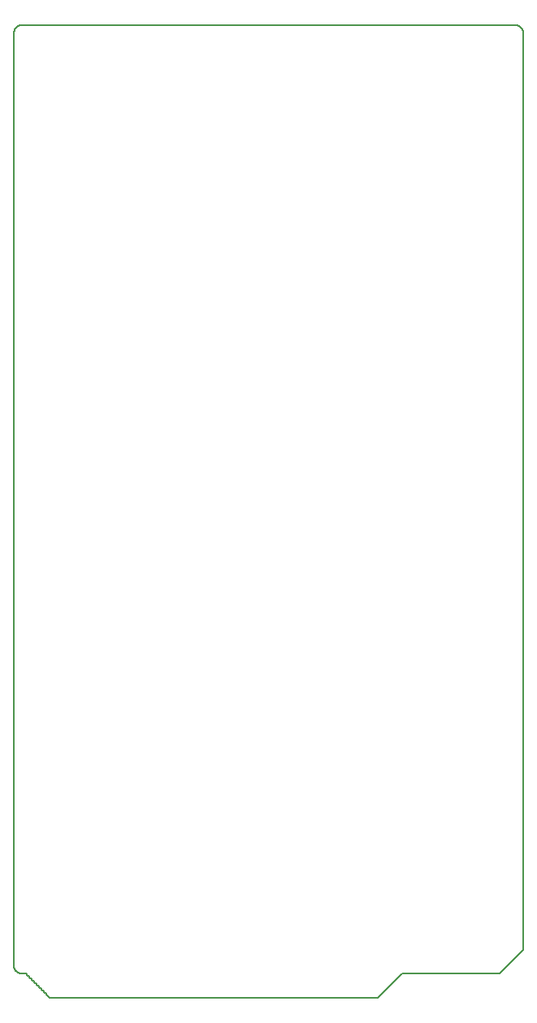
<source format=gm1>
G04 MADE WITH FRITZING*
G04 WWW.FRITZING.ORG*
G04 DOUBLE SIDED*
G04 HOLES PLATED*
G04 CONTOUR ON CENTER OF CONTOUR VECTOR*
%ASAXBY*%
%FSLAX23Y23*%
%MOIN*%
%OFA0B0*%
%SFA1.0B1.0*%
%ADD10C,0.008*%
%LNCONTOUR*%
G90*
G70*
G54D10*
X37Y3999D02*
X38Y3999D01*
X39Y3999D01*
X40Y3999D01*
X41Y3999D01*
X42Y3999D01*
X43Y3999D01*
X44Y3999D01*
X45Y3999D01*
X46Y3999D01*
X47Y3999D01*
X48Y3999D01*
X49Y3999D01*
X50Y3999D01*
X51Y3999D01*
X52Y3999D01*
X53Y3999D01*
X54Y3999D01*
X55Y3999D01*
X56Y3999D01*
X57Y3999D01*
X58Y3999D01*
X59Y3999D01*
X60Y3999D01*
X61Y3999D01*
X62Y3999D01*
X63Y3999D01*
X64Y3999D01*
X65Y3999D01*
X66Y3999D01*
X67Y3999D01*
X68Y3999D01*
X69Y3999D01*
X70Y3999D01*
X71Y3999D01*
X72Y3999D01*
X73Y3999D01*
X74Y3999D01*
X75Y3999D01*
X76Y3999D01*
X77Y3999D01*
X78Y3999D01*
X79Y3999D01*
X80Y3999D01*
X81Y3999D01*
X82Y3999D01*
X83Y3999D01*
X84Y3999D01*
X85Y3999D01*
X86Y3999D01*
X87Y3999D01*
X88Y3999D01*
X89Y3999D01*
X90Y3999D01*
X91Y3999D01*
X92Y3999D01*
X93Y3999D01*
X94Y3999D01*
X95Y3999D01*
X96Y3999D01*
X97Y3999D01*
X98Y3999D01*
X99Y3999D01*
X100Y3999D01*
X101Y3999D01*
X102Y3999D01*
X103Y3999D01*
X104Y3999D01*
X105Y3999D01*
X106Y3999D01*
X107Y3999D01*
X108Y3999D01*
X109Y3999D01*
X110Y3999D01*
X111Y3999D01*
X112Y3999D01*
X113Y3999D01*
X114Y3999D01*
X115Y3999D01*
X116Y3999D01*
X117Y3999D01*
X118Y3999D01*
X119Y3999D01*
X120Y3999D01*
X121Y3999D01*
X122Y3999D01*
X123Y3999D01*
X124Y3999D01*
X125Y3999D01*
X126Y3999D01*
X127Y3999D01*
X128Y3999D01*
X129Y3999D01*
X130Y3999D01*
X131Y3999D01*
X132Y3999D01*
X133Y3999D01*
X134Y3999D01*
X135Y3999D01*
X136Y3999D01*
X137Y3999D01*
X138Y3999D01*
X139Y3999D01*
X140Y3999D01*
X141Y3999D01*
X142Y3999D01*
X143Y3999D01*
X144Y3999D01*
X145Y3999D01*
X146Y3999D01*
X147Y3999D01*
X148Y3999D01*
X149Y3999D01*
X150Y3999D01*
X151Y3999D01*
X152Y3999D01*
X153Y3999D01*
X154Y3999D01*
X155Y3999D01*
X156Y3999D01*
X157Y3999D01*
X158Y3999D01*
X159Y3999D01*
X160Y3999D01*
X161Y3999D01*
X162Y3999D01*
X163Y3999D01*
X164Y3999D01*
X165Y3999D01*
X166Y3999D01*
X167Y3999D01*
X168Y3999D01*
X169Y3999D01*
X170Y3999D01*
X171Y3999D01*
X172Y3999D01*
X173Y3999D01*
X174Y3999D01*
X175Y3999D01*
X176Y3999D01*
X177Y3999D01*
X178Y3999D01*
X179Y3999D01*
X180Y3999D01*
X181Y3999D01*
X182Y3999D01*
X183Y3999D01*
X184Y3999D01*
X185Y3999D01*
X186Y3999D01*
X187Y3999D01*
X188Y3999D01*
X189Y3999D01*
X190Y3999D01*
X191Y3999D01*
X192Y3999D01*
X193Y3999D01*
X194Y3999D01*
X195Y3999D01*
X196Y3999D01*
X197Y3999D01*
X198Y3999D01*
X199Y3999D01*
X200Y3999D01*
X201Y3999D01*
X202Y3999D01*
X203Y3999D01*
X204Y3999D01*
X205Y3999D01*
X206Y3999D01*
X207Y3999D01*
X208Y3999D01*
X209Y3999D01*
X210Y3999D01*
X211Y3999D01*
X212Y3999D01*
X213Y3999D01*
X214Y3999D01*
X215Y3999D01*
X216Y3999D01*
X217Y3999D01*
X218Y3999D01*
X219Y3999D01*
X220Y3999D01*
X221Y3999D01*
X222Y3999D01*
X223Y3999D01*
X224Y3999D01*
X225Y3999D01*
X226Y3999D01*
X227Y3999D01*
X228Y3999D01*
X229Y3999D01*
X230Y3999D01*
X231Y3999D01*
X232Y3999D01*
X233Y3999D01*
X234Y3999D01*
X235Y3999D01*
X236Y3999D01*
X237Y3999D01*
X238Y3999D01*
X239Y3999D01*
X240Y3999D01*
X241Y3999D01*
X242Y3999D01*
X243Y3999D01*
X244Y3999D01*
X245Y3999D01*
X246Y3999D01*
X247Y3999D01*
X248Y3999D01*
X249Y3999D01*
X250Y3999D01*
X251Y3999D01*
X252Y3999D01*
X253Y3999D01*
X254Y3999D01*
X255Y3999D01*
X256Y3999D01*
X257Y3999D01*
X258Y3999D01*
X259Y3999D01*
X260Y3999D01*
X261Y3999D01*
X262Y3999D01*
X263Y3999D01*
X264Y3999D01*
X265Y3999D01*
X266Y3999D01*
X267Y3999D01*
X268Y3999D01*
X269Y3999D01*
X270Y3999D01*
X271Y3999D01*
X272Y3999D01*
X273Y3999D01*
X274Y3999D01*
X275Y3999D01*
X276Y3999D01*
X277Y3999D01*
X278Y3999D01*
X279Y3999D01*
X280Y3999D01*
X281Y3999D01*
X282Y3999D01*
X283Y3999D01*
X284Y3999D01*
X285Y3999D01*
X286Y3999D01*
X287Y3999D01*
X288Y3999D01*
X289Y3999D01*
X290Y3999D01*
X291Y3999D01*
X292Y3999D01*
X293Y3999D01*
X294Y3999D01*
X295Y3999D01*
X296Y3999D01*
X297Y3999D01*
X298Y3999D01*
X299Y3999D01*
X300Y3999D01*
X301Y3999D01*
X302Y3999D01*
X303Y3999D01*
X304Y3999D01*
X305Y3999D01*
X306Y3999D01*
X307Y3999D01*
X308Y3999D01*
X309Y3999D01*
X310Y3999D01*
X311Y3999D01*
X312Y3999D01*
X313Y3999D01*
X314Y3999D01*
X315Y3999D01*
X316Y3999D01*
X317Y3999D01*
X318Y3999D01*
X319Y3999D01*
X320Y3999D01*
X321Y3999D01*
X322Y3999D01*
X323Y3999D01*
X324Y3999D01*
X325Y3999D01*
X326Y3999D01*
X327Y3999D01*
X328Y3999D01*
X329Y3999D01*
X330Y3999D01*
X331Y3999D01*
X332Y3999D01*
X333Y3999D01*
X334Y3999D01*
X335Y3999D01*
X336Y3999D01*
X337Y3999D01*
X338Y3999D01*
X339Y3999D01*
X340Y3999D01*
X341Y3999D01*
X342Y3999D01*
X343Y3999D01*
X344Y3999D01*
X345Y3999D01*
X346Y3999D01*
X347Y3999D01*
X348Y3999D01*
X349Y3999D01*
X350Y3999D01*
X351Y3999D01*
X352Y3999D01*
X353Y3999D01*
X354Y3999D01*
X355Y3999D01*
X356Y3999D01*
X357Y3999D01*
X358Y3999D01*
X359Y3999D01*
X360Y3999D01*
X361Y3999D01*
X362Y3999D01*
X363Y3999D01*
X364Y3999D01*
X365Y3999D01*
X366Y3999D01*
X367Y3999D01*
X368Y3999D01*
X369Y3999D01*
X370Y3999D01*
X371Y3999D01*
X372Y3999D01*
X373Y3999D01*
X374Y3999D01*
X375Y3999D01*
X376Y3999D01*
X377Y3999D01*
X378Y3999D01*
X379Y3999D01*
X380Y3999D01*
X381Y3999D01*
X382Y3999D01*
X383Y3999D01*
X384Y3999D01*
X385Y3999D01*
X386Y3999D01*
X387Y3999D01*
X388Y3999D01*
X389Y3999D01*
X390Y3999D01*
X391Y3999D01*
X392Y3999D01*
X393Y3999D01*
X394Y3999D01*
X395Y3999D01*
X396Y3999D01*
X397Y3999D01*
X398Y3999D01*
X399Y3999D01*
X400Y3999D01*
X401Y3999D01*
X402Y3999D01*
X403Y3999D01*
X404Y3999D01*
X405Y3999D01*
X406Y3999D01*
X407Y3999D01*
X408Y3999D01*
X409Y3999D01*
X410Y3999D01*
X411Y3999D01*
X412Y3999D01*
X413Y3999D01*
X414Y3999D01*
X415Y3999D01*
X416Y3999D01*
X417Y3999D01*
X418Y3999D01*
X419Y3999D01*
X420Y3999D01*
X421Y3999D01*
X422Y3999D01*
X423Y3999D01*
X424Y3999D01*
X425Y3999D01*
X426Y3999D01*
X427Y3999D01*
X428Y3999D01*
X429Y3999D01*
X430Y3999D01*
X431Y3999D01*
X432Y3999D01*
X433Y3999D01*
X434Y3999D01*
X435Y3999D01*
X436Y3999D01*
X437Y3999D01*
X438Y3999D01*
X439Y3999D01*
X440Y3999D01*
X441Y3999D01*
X442Y3999D01*
X443Y3999D01*
X444Y3999D01*
X445Y3999D01*
X446Y3999D01*
X447Y3999D01*
X448Y3999D01*
X449Y3999D01*
X450Y3999D01*
X451Y3999D01*
X452Y3999D01*
X453Y3999D01*
X454Y3999D01*
X455Y3999D01*
X456Y3999D01*
X457Y3999D01*
X458Y3999D01*
X459Y3999D01*
X460Y3999D01*
X461Y3999D01*
X462Y3999D01*
X463Y3999D01*
X464Y3999D01*
X465Y3999D01*
X466Y3999D01*
X467Y3999D01*
X468Y3999D01*
X469Y3999D01*
X470Y3999D01*
X471Y3999D01*
X472Y3999D01*
X473Y3999D01*
X474Y3999D01*
X475Y3999D01*
X476Y3999D01*
X477Y3999D01*
X478Y3999D01*
X479Y3999D01*
X480Y3999D01*
X481Y3999D01*
X482Y3999D01*
X483Y3999D01*
X484Y3999D01*
X485Y3999D01*
X486Y3999D01*
X487Y3999D01*
X488Y3999D01*
X489Y3999D01*
X490Y3999D01*
X491Y3999D01*
X492Y3999D01*
X493Y3999D01*
X494Y3999D01*
X495Y3999D01*
X496Y3999D01*
X497Y3999D01*
X498Y3999D01*
X499Y3999D01*
X500Y3999D01*
X501Y3999D01*
X502Y3999D01*
X503Y3999D01*
X504Y3999D01*
X505Y3999D01*
X506Y3999D01*
X507Y3999D01*
X508Y3999D01*
X509Y3999D01*
X510Y3999D01*
X511Y3999D01*
X512Y3999D01*
X513Y3999D01*
X514Y3999D01*
X515Y3999D01*
X516Y3999D01*
X517Y3999D01*
X518Y3999D01*
X519Y3999D01*
X520Y3999D01*
X521Y3999D01*
X522Y3999D01*
X523Y3999D01*
X524Y3999D01*
X525Y3999D01*
X526Y3999D01*
X527Y3999D01*
X528Y3999D01*
X529Y3999D01*
X530Y3999D01*
X531Y3999D01*
X532Y3999D01*
X533Y3999D01*
X534Y3999D01*
X535Y3999D01*
X536Y3999D01*
X537Y3999D01*
X538Y3999D01*
X539Y3999D01*
X540Y3999D01*
X541Y3999D01*
X542Y3999D01*
X543Y3999D01*
X544Y3999D01*
X545Y3999D01*
X546Y3999D01*
X547Y3999D01*
X548Y3999D01*
X549Y3999D01*
X550Y3999D01*
X551Y3999D01*
X552Y3999D01*
X553Y3999D01*
X554Y3999D01*
X555Y3999D01*
X556Y3999D01*
X557Y3999D01*
X558Y3999D01*
X559Y3999D01*
X560Y3999D01*
X561Y3999D01*
X562Y3999D01*
X563Y3999D01*
X564Y3999D01*
X565Y3999D01*
X566Y3999D01*
X567Y3999D01*
X568Y3999D01*
X569Y3999D01*
X570Y3999D01*
X571Y3999D01*
X572Y3999D01*
X573Y3999D01*
X574Y3999D01*
X575Y3999D01*
X576Y3999D01*
X577Y3999D01*
X578Y3999D01*
X579Y3999D01*
X580Y3999D01*
X581Y3999D01*
X582Y3999D01*
X583Y3999D01*
X584Y3999D01*
X585Y3999D01*
X586Y3999D01*
X587Y3999D01*
X588Y3999D01*
X589Y3999D01*
X590Y3999D01*
X591Y3999D01*
X592Y3999D01*
X593Y3999D01*
X594Y3999D01*
X595Y3999D01*
X596Y3999D01*
X597Y3999D01*
X598Y3999D01*
X599Y3999D01*
X600Y3999D01*
X601Y3999D01*
X602Y3999D01*
X603Y3999D01*
X604Y3999D01*
X605Y3999D01*
X606Y3999D01*
X607Y3999D01*
X608Y3999D01*
X609Y3999D01*
X610Y3999D01*
X611Y3999D01*
X612Y3999D01*
X613Y3999D01*
X614Y3999D01*
X615Y3999D01*
X616Y3999D01*
X617Y3999D01*
X618Y3999D01*
X619Y3999D01*
X620Y3999D01*
X621Y3999D01*
X622Y3999D01*
X623Y3999D01*
X624Y3999D01*
X625Y3999D01*
X626Y3999D01*
X627Y3999D01*
X628Y3999D01*
X629Y3999D01*
X630Y3999D01*
X631Y3999D01*
X632Y3999D01*
X633Y3999D01*
X634Y3999D01*
X635Y3999D01*
X636Y3999D01*
X637Y3999D01*
X638Y3999D01*
X639Y3999D01*
X640Y3999D01*
X641Y3999D01*
X642Y3999D01*
X643Y3999D01*
X644Y3999D01*
X645Y3999D01*
X646Y3999D01*
X647Y3999D01*
X648Y3999D01*
X649Y3999D01*
X650Y3999D01*
X651Y3999D01*
X652Y3999D01*
X653Y3999D01*
X654Y3999D01*
X655Y3999D01*
X656Y3999D01*
X657Y3999D01*
X658Y3999D01*
X659Y3999D01*
X660Y3999D01*
X661Y3999D01*
X662Y3999D01*
X663Y3999D01*
X664Y3999D01*
X665Y3999D01*
X666Y3999D01*
X667Y3999D01*
X668Y3999D01*
X669Y3999D01*
X670Y3999D01*
X671Y3999D01*
X672Y3999D01*
X673Y3999D01*
X674Y3999D01*
X675Y3999D01*
X676Y3999D01*
X677Y3999D01*
X678Y3999D01*
X679Y3999D01*
X680Y3999D01*
X681Y3999D01*
X682Y3999D01*
X683Y3999D01*
X684Y3999D01*
X685Y3999D01*
X686Y3999D01*
X687Y3999D01*
X688Y3999D01*
X689Y3999D01*
X690Y3999D01*
X691Y3999D01*
X692Y3999D01*
X693Y3999D01*
X694Y3999D01*
X695Y3999D01*
X696Y3999D01*
X697Y3999D01*
X698Y3999D01*
X699Y3999D01*
X700Y3999D01*
X701Y3999D01*
X702Y3999D01*
X703Y3999D01*
X704Y3999D01*
X705Y3999D01*
X706Y3999D01*
X707Y3999D01*
X708Y3999D01*
X709Y3999D01*
X710Y3999D01*
X711Y3999D01*
X712Y3999D01*
X713Y3999D01*
X714Y3999D01*
X715Y3999D01*
X716Y3999D01*
X717Y3999D01*
X718Y3999D01*
X719Y3999D01*
X720Y3999D01*
X721Y3999D01*
X722Y3999D01*
X723Y3999D01*
X724Y3999D01*
X725Y3999D01*
X726Y3999D01*
X727Y3999D01*
X728Y3999D01*
X729Y3999D01*
X730Y3999D01*
X731Y3999D01*
X732Y3999D01*
X733Y3999D01*
X734Y3999D01*
X735Y3999D01*
X736Y3999D01*
X737Y3999D01*
X738Y3999D01*
X739Y3999D01*
X740Y3999D01*
X741Y3999D01*
X742Y3999D01*
X743Y3999D01*
X744Y3999D01*
X745Y3999D01*
X746Y3999D01*
X747Y3999D01*
X748Y3999D01*
X749Y3999D01*
X750Y3999D01*
X751Y3999D01*
X752Y3999D01*
X753Y3999D01*
X754Y3999D01*
X755Y3999D01*
X756Y3999D01*
X757Y3999D01*
X758Y3999D01*
X759Y3999D01*
X760Y3999D01*
X761Y3999D01*
X762Y3999D01*
X763Y3999D01*
X764Y3999D01*
X765Y3999D01*
X766Y3999D01*
X767Y3999D01*
X768Y3999D01*
X769Y3999D01*
X770Y3999D01*
X771Y3999D01*
X772Y3999D01*
X773Y3999D01*
X774Y3999D01*
X775Y3999D01*
X776Y3999D01*
X777Y3999D01*
X778Y3999D01*
X779Y3999D01*
X780Y3999D01*
X781Y3999D01*
X782Y3999D01*
X783Y3999D01*
X784Y3999D01*
X785Y3999D01*
X786Y3999D01*
X787Y3999D01*
X788Y3999D01*
X789Y3999D01*
X790Y3999D01*
X791Y3999D01*
X792Y3999D01*
X793Y3999D01*
X794Y3999D01*
X795Y3999D01*
X796Y3999D01*
X797Y3999D01*
X798Y3999D01*
X799Y3999D01*
X800Y3999D01*
X801Y3999D01*
X802Y3999D01*
X803Y3999D01*
X804Y3999D01*
X805Y3999D01*
X806Y3999D01*
X807Y3999D01*
X808Y3999D01*
X809Y3999D01*
X810Y3999D01*
X811Y3999D01*
X812Y3999D01*
X813Y3999D01*
X814Y3999D01*
X815Y3999D01*
X816Y3999D01*
X817Y3999D01*
X818Y3999D01*
X819Y3999D01*
X820Y3999D01*
X821Y3999D01*
X822Y3999D01*
X823Y3999D01*
X824Y3999D01*
X825Y3999D01*
X826Y3999D01*
X827Y3999D01*
X828Y3999D01*
X829Y3999D01*
X830Y3999D01*
X831Y3999D01*
X832Y3999D01*
X833Y3999D01*
X834Y3999D01*
X835Y3999D01*
X836Y3999D01*
X837Y3999D01*
X838Y3999D01*
X839Y3999D01*
X840Y3999D01*
X841Y3999D01*
X842Y3999D01*
X843Y3999D01*
X844Y3999D01*
X845Y3999D01*
X846Y3999D01*
X847Y3999D01*
X848Y3999D01*
X849Y3999D01*
X850Y3999D01*
X851Y3999D01*
X852Y3999D01*
X853Y3999D01*
X854Y3999D01*
X855Y3999D01*
X856Y3999D01*
X857Y3999D01*
X858Y3999D01*
X859Y3999D01*
X860Y3999D01*
X861Y3999D01*
X862Y3999D01*
X863Y3999D01*
X864Y3999D01*
X865Y3999D01*
X866Y3999D01*
X867Y3999D01*
X868Y3999D01*
X869Y3999D01*
X870Y3999D01*
X871Y3999D01*
X872Y3999D01*
X873Y3999D01*
X874Y3999D01*
X875Y3999D01*
X876Y3999D01*
X877Y3999D01*
X878Y3999D01*
X879Y3999D01*
X880Y3999D01*
X881Y3999D01*
X882Y3999D01*
X883Y3999D01*
X884Y3999D01*
X885Y3999D01*
X886Y3999D01*
X887Y3999D01*
X888Y3999D01*
X889Y3999D01*
X890Y3999D01*
X891Y3999D01*
X892Y3999D01*
X893Y3999D01*
X894Y3999D01*
X895Y3999D01*
X896Y3999D01*
X897Y3999D01*
X898Y3999D01*
X899Y3999D01*
X900Y3999D01*
X901Y3999D01*
X902Y3999D01*
X903Y3999D01*
X904Y3999D01*
X905Y3999D01*
X906Y3999D01*
X907Y3999D01*
X908Y3999D01*
X909Y3999D01*
X910Y3999D01*
X911Y3999D01*
X912Y3999D01*
X913Y3999D01*
X914Y3999D01*
X915Y3999D01*
X916Y3999D01*
X917Y3999D01*
X918Y3999D01*
X919Y3999D01*
X920Y3999D01*
X921Y3999D01*
X922Y3999D01*
X923Y3999D01*
X924Y3999D01*
X925Y3999D01*
X926Y3999D01*
X927Y3999D01*
X928Y3999D01*
X929Y3999D01*
X930Y3999D01*
X931Y3999D01*
X932Y3999D01*
X933Y3999D01*
X934Y3999D01*
X935Y3999D01*
X936Y3999D01*
X937Y3999D01*
X938Y3999D01*
X939Y3999D01*
X940Y3999D01*
X941Y3999D01*
X942Y3999D01*
X943Y3999D01*
X944Y3999D01*
X945Y3999D01*
X946Y3999D01*
X947Y3999D01*
X948Y3999D01*
X949Y3999D01*
X950Y3999D01*
X951Y3999D01*
X952Y3999D01*
X953Y3999D01*
X954Y3999D01*
X955Y3999D01*
X956Y3999D01*
X957Y3999D01*
X958Y3999D01*
X959Y3999D01*
X960Y3999D01*
X961Y3999D01*
X962Y3999D01*
X963Y3999D01*
X964Y3999D01*
X965Y3999D01*
X966Y3999D01*
X967Y3999D01*
X968Y3999D01*
X969Y3999D01*
X970Y3999D01*
X971Y3999D01*
X972Y3999D01*
X973Y3999D01*
X974Y3999D01*
X975Y3999D01*
X976Y3999D01*
X977Y3999D01*
X978Y3999D01*
X979Y3999D01*
X980Y3999D01*
X981Y3999D01*
X982Y3999D01*
X983Y3999D01*
X984Y3999D01*
X985Y3999D01*
X986Y3999D01*
X987Y3999D01*
X988Y3999D01*
X989Y3999D01*
X990Y3999D01*
X991Y3999D01*
X992Y3999D01*
X993Y3999D01*
X994Y3999D01*
X995Y3999D01*
X996Y3999D01*
X997Y3999D01*
X998Y3999D01*
X999Y3999D01*
X1000Y3999D01*
X1001Y3999D01*
X1002Y3999D01*
X1003Y3999D01*
X1004Y3999D01*
X1005Y3999D01*
X1006Y3999D01*
X1007Y3999D01*
X1008Y3999D01*
X1009Y3999D01*
X1010Y3999D01*
X1011Y3999D01*
X1012Y3999D01*
X1013Y3999D01*
X1014Y3999D01*
X1015Y3999D01*
X1016Y3999D01*
X1017Y3999D01*
X1018Y3999D01*
X1019Y3999D01*
X1020Y3999D01*
X1021Y3999D01*
X1022Y3999D01*
X1023Y3999D01*
X1024Y3999D01*
X1025Y3999D01*
X1026Y3999D01*
X1027Y3999D01*
X1028Y3999D01*
X1029Y3999D01*
X1030Y3999D01*
X1031Y3999D01*
X1032Y3999D01*
X1033Y3999D01*
X1034Y3999D01*
X1035Y3999D01*
X1036Y3999D01*
X1037Y3999D01*
X1038Y3999D01*
X1039Y3999D01*
X1040Y3999D01*
X1041Y3999D01*
X1042Y3999D01*
X1043Y3999D01*
X1044Y3999D01*
X1045Y3999D01*
X1046Y3999D01*
X1047Y3999D01*
X1048Y3999D01*
X1049Y3999D01*
X1050Y3999D01*
X1051Y3999D01*
X1052Y3999D01*
X1053Y3999D01*
X1054Y3999D01*
X1055Y3999D01*
X1056Y3999D01*
X1057Y3999D01*
X1058Y3999D01*
X1059Y3999D01*
X1060Y3999D01*
X1061Y3999D01*
X1062Y3999D01*
X1063Y3999D01*
X1064Y3999D01*
X1065Y3999D01*
X1066Y3999D01*
X1067Y3999D01*
X1068Y3999D01*
X1069Y3999D01*
X1070Y3999D01*
X1071Y3999D01*
X1072Y3999D01*
X1073Y3999D01*
X1074Y3999D01*
X1075Y3999D01*
X1076Y3999D01*
X1077Y3999D01*
X1078Y3999D01*
X1079Y3999D01*
X1080Y3999D01*
X1081Y3999D01*
X1082Y3999D01*
X1083Y3999D01*
X1084Y3999D01*
X1085Y3999D01*
X1086Y3999D01*
X1087Y3999D01*
X1088Y3999D01*
X1089Y3999D01*
X1090Y3999D01*
X1091Y3999D01*
X1092Y3999D01*
X1093Y3999D01*
X1094Y3999D01*
X1095Y3999D01*
X1096Y3999D01*
X1097Y3999D01*
X1098Y3999D01*
X1099Y3999D01*
X1100Y3999D01*
X1101Y3999D01*
X1102Y3999D01*
X1103Y3999D01*
X1104Y3999D01*
X1105Y3999D01*
X1106Y3999D01*
X1107Y3999D01*
X1108Y3999D01*
X1109Y3999D01*
X1110Y3999D01*
X1111Y3999D01*
X1112Y3999D01*
X1113Y3999D01*
X1114Y3999D01*
X1115Y3999D01*
X1116Y3999D01*
X1117Y3999D01*
X1118Y3999D01*
X1119Y3999D01*
X1120Y3999D01*
X1121Y3999D01*
X1122Y3999D01*
X1123Y3999D01*
X1124Y3999D01*
X1125Y3999D01*
X1126Y3999D01*
X1127Y3999D01*
X1128Y3999D01*
X1129Y3999D01*
X1130Y3999D01*
X1131Y3999D01*
X1132Y3999D01*
X1133Y3999D01*
X1134Y3999D01*
X1135Y3999D01*
X1136Y3999D01*
X1137Y3999D01*
X1138Y3999D01*
X1139Y3999D01*
X1140Y3999D01*
X1141Y3999D01*
X1142Y3999D01*
X1143Y3999D01*
X1144Y3999D01*
X1145Y3999D01*
X1146Y3999D01*
X1147Y3999D01*
X1148Y3999D01*
X1149Y3999D01*
X1150Y3999D01*
X1151Y3999D01*
X1152Y3999D01*
X1153Y3999D01*
X1154Y3999D01*
X1155Y3999D01*
X1156Y3999D01*
X1157Y3999D01*
X1158Y3999D01*
X1159Y3999D01*
X1160Y3999D01*
X1161Y3999D01*
X1162Y3999D01*
X1163Y3999D01*
X1164Y3999D01*
X1165Y3999D01*
X1166Y3999D01*
X1167Y3999D01*
X1168Y3999D01*
X1169Y3999D01*
X1170Y3999D01*
X1171Y3999D01*
X1172Y3999D01*
X1173Y3999D01*
X1174Y3999D01*
X1175Y3999D01*
X1176Y3999D01*
X1177Y3999D01*
X1178Y3999D01*
X1179Y3999D01*
X1180Y3999D01*
X1181Y3999D01*
X1182Y3999D01*
X1183Y3999D01*
X1184Y3999D01*
X1185Y3999D01*
X1186Y3999D01*
X1187Y3999D01*
X1188Y3999D01*
X1189Y3999D01*
X1190Y3999D01*
X1191Y3999D01*
X1192Y3999D01*
X1193Y3999D01*
X1194Y3999D01*
X1195Y3999D01*
X1196Y3999D01*
X1197Y3999D01*
X1198Y3999D01*
X1199Y3999D01*
X1200Y3999D01*
X1201Y3999D01*
X1202Y3999D01*
X1203Y3999D01*
X1204Y3999D01*
X1205Y3999D01*
X1206Y3999D01*
X1207Y3999D01*
X1208Y3999D01*
X1209Y3999D01*
X1210Y3999D01*
X1211Y3999D01*
X1212Y3999D01*
X1213Y3999D01*
X1214Y3999D01*
X1215Y3999D01*
X1216Y3999D01*
X1217Y3999D01*
X1218Y3999D01*
X1219Y3999D01*
X1220Y3999D01*
X1221Y3999D01*
X1222Y3999D01*
X1223Y3999D01*
X1224Y3999D01*
X1225Y3999D01*
X1226Y3999D01*
X1227Y3999D01*
X1228Y3999D01*
X1229Y3999D01*
X1230Y3999D01*
X1231Y3999D01*
X1232Y3999D01*
X1233Y3999D01*
X1234Y3999D01*
X1235Y3999D01*
X1236Y3999D01*
X1237Y3999D01*
X1238Y3999D01*
X1239Y3999D01*
X1240Y3999D01*
X1241Y3999D01*
X1242Y3999D01*
X1243Y3999D01*
X1244Y3999D01*
X1245Y3999D01*
X1246Y3999D01*
X1247Y3999D01*
X1248Y3999D01*
X1249Y3999D01*
X1250Y3999D01*
X1251Y3999D01*
X1252Y3999D01*
X1253Y3999D01*
X1254Y3999D01*
X1255Y3999D01*
X1256Y3999D01*
X1257Y3999D01*
X1258Y3999D01*
X1259Y3999D01*
X1260Y3999D01*
X1261Y3999D01*
X1262Y3999D01*
X1263Y3999D01*
X1264Y3999D01*
X1265Y3999D01*
X1266Y3999D01*
X1267Y3999D01*
X1268Y3999D01*
X1269Y3999D01*
X1270Y3999D01*
X1271Y3999D01*
X1272Y3999D01*
X1273Y3999D01*
X1274Y3999D01*
X1275Y3999D01*
X1276Y3999D01*
X1277Y3999D01*
X1278Y3999D01*
X1279Y3999D01*
X1280Y3999D01*
X1281Y3999D01*
X1282Y3999D01*
X1283Y3999D01*
X1284Y3999D01*
X1285Y3999D01*
X1286Y3999D01*
X1287Y3999D01*
X1288Y3999D01*
X1289Y3999D01*
X1290Y3999D01*
X1291Y3999D01*
X1292Y3999D01*
X1293Y3999D01*
X1294Y3999D01*
X1295Y3999D01*
X1296Y3999D01*
X1297Y3999D01*
X1298Y3999D01*
X1299Y3999D01*
X1300Y3999D01*
X1301Y3999D01*
X1302Y3999D01*
X1303Y3999D01*
X1304Y3999D01*
X1305Y3999D01*
X1306Y3999D01*
X1307Y3999D01*
X1308Y3999D01*
X1309Y3999D01*
X1310Y3999D01*
X1311Y3999D01*
X1312Y3999D01*
X1313Y3999D01*
X1314Y3999D01*
X1315Y3999D01*
X1316Y3999D01*
X1317Y3999D01*
X1318Y3999D01*
X1319Y3999D01*
X1320Y3999D01*
X1321Y3999D01*
X1322Y3999D01*
X1323Y3999D01*
X1324Y3999D01*
X1325Y3999D01*
X1326Y3999D01*
X1327Y3999D01*
X1328Y3999D01*
X1329Y3999D01*
X1330Y3999D01*
X1331Y3999D01*
X1332Y3999D01*
X1333Y3999D01*
X1334Y3999D01*
X1335Y3999D01*
X1336Y3999D01*
X1337Y3999D01*
X1338Y3999D01*
X1339Y3999D01*
X1340Y3999D01*
X1341Y3999D01*
X1342Y3999D01*
X1343Y3999D01*
X1344Y3999D01*
X1345Y3999D01*
X1346Y3999D01*
X1347Y3999D01*
X1348Y3999D01*
X1349Y3999D01*
X1350Y3999D01*
X1351Y3999D01*
X1352Y3999D01*
X1353Y3999D01*
X1354Y3999D01*
X1355Y3999D01*
X1356Y3999D01*
X1357Y3999D01*
X1358Y3999D01*
X1359Y3999D01*
X1360Y3999D01*
X1361Y3999D01*
X1362Y3999D01*
X1363Y3999D01*
X1364Y3999D01*
X1365Y3999D01*
X1366Y3999D01*
X1367Y3999D01*
X1368Y3999D01*
X1369Y3999D01*
X1370Y3999D01*
X1371Y3999D01*
X1372Y3999D01*
X1373Y3999D01*
X1374Y3999D01*
X1375Y3999D01*
X1376Y3999D01*
X1377Y3999D01*
X1378Y3999D01*
X1379Y3999D01*
X1380Y3999D01*
X1381Y3999D01*
X1382Y3999D01*
X1383Y3999D01*
X1384Y3999D01*
X1385Y3999D01*
X1386Y3999D01*
X1387Y3999D01*
X1388Y3999D01*
X1389Y3999D01*
X1390Y3999D01*
X1391Y3999D01*
X1392Y3999D01*
X1393Y3999D01*
X1394Y3999D01*
X1395Y3999D01*
X1396Y3999D01*
X1397Y3999D01*
X1398Y3999D01*
X1399Y3999D01*
X1400Y3999D01*
X1401Y3999D01*
X1402Y3999D01*
X1403Y3999D01*
X1404Y3999D01*
X1405Y3999D01*
X1406Y3999D01*
X1407Y3999D01*
X1408Y3999D01*
X1409Y3999D01*
X1410Y3999D01*
X1411Y3999D01*
X1412Y3999D01*
X1413Y3999D01*
X1414Y3999D01*
X1415Y3999D01*
X1416Y3999D01*
X1417Y3999D01*
X1418Y3999D01*
X1419Y3999D01*
X1420Y3999D01*
X1421Y3999D01*
X1422Y3999D01*
X1423Y3999D01*
X1424Y3999D01*
X1425Y3999D01*
X1426Y3999D01*
X1427Y3999D01*
X1428Y3999D01*
X1429Y3999D01*
X1430Y3999D01*
X1431Y3999D01*
X1432Y3999D01*
X1433Y3999D01*
X1434Y3999D01*
X1435Y3999D01*
X1436Y3999D01*
X1437Y3999D01*
X1438Y3999D01*
X1439Y3999D01*
X1440Y3999D01*
X1441Y3999D01*
X1442Y3999D01*
X1443Y3999D01*
X1444Y3999D01*
X1445Y3999D01*
X1446Y3999D01*
X1447Y3999D01*
X1448Y3999D01*
X1449Y3999D01*
X1450Y3999D01*
X1451Y3999D01*
X1452Y3999D01*
X1453Y3999D01*
X1454Y3999D01*
X1455Y3999D01*
X1456Y3999D01*
X1457Y3999D01*
X1458Y3999D01*
X1459Y3999D01*
X1460Y3999D01*
X1461Y3999D01*
X1462Y3999D01*
X1463Y3999D01*
X1464Y3999D01*
X1465Y3999D01*
X1466Y3999D01*
X1467Y3999D01*
X1468Y3999D01*
X1469Y3999D01*
X1470Y3999D01*
X1471Y3999D01*
X1472Y3999D01*
X1473Y3999D01*
X1474Y3999D01*
X1475Y3999D01*
X1476Y3999D01*
X1477Y3999D01*
X1478Y3999D01*
X1479Y3999D01*
X1480Y3999D01*
X1481Y3999D01*
X1482Y3999D01*
X1483Y3999D01*
X1484Y3999D01*
X1485Y3999D01*
X1486Y3999D01*
X1487Y3999D01*
X1488Y3999D01*
X1489Y3999D01*
X1490Y3999D01*
X1491Y3999D01*
X1492Y3999D01*
X1493Y3999D01*
X1494Y3999D01*
X1495Y3999D01*
X1496Y3999D01*
X1497Y3999D01*
X1498Y3999D01*
X1499Y3999D01*
X1500Y3999D01*
X1501Y3999D01*
X1502Y3999D01*
X1503Y3999D01*
X1504Y3999D01*
X1505Y3999D01*
X1506Y3999D01*
X1507Y3999D01*
X1508Y3999D01*
X1509Y3999D01*
X1510Y3999D01*
X1511Y3999D01*
X1512Y3999D01*
X1513Y3999D01*
X1514Y3999D01*
X1515Y3999D01*
X1516Y3999D01*
X1517Y3999D01*
X1518Y3999D01*
X1519Y3999D01*
X1520Y3999D01*
X1521Y3999D01*
X1522Y3999D01*
X1523Y3999D01*
X1524Y3999D01*
X1525Y3999D01*
X1526Y3999D01*
X1527Y3999D01*
X1528Y3999D01*
X1529Y3999D01*
X1530Y3999D01*
X1531Y3999D01*
X1532Y3999D01*
X1533Y3999D01*
X1534Y3999D01*
X1535Y3999D01*
X1536Y3999D01*
X1537Y3999D01*
X1538Y3999D01*
X1539Y3999D01*
X1540Y3999D01*
X1541Y3999D01*
X1542Y3999D01*
X1543Y3999D01*
X1544Y3999D01*
X1545Y3999D01*
X1546Y3999D01*
X1547Y3999D01*
X1548Y3999D01*
X1549Y3999D01*
X1550Y3999D01*
X1551Y3999D01*
X1552Y3999D01*
X1553Y3999D01*
X1554Y3999D01*
X1555Y3999D01*
X1556Y3999D01*
X1557Y3999D01*
X1558Y3999D01*
X1559Y3999D01*
X1560Y3999D01*
X1561Y3999D01*
X1562Y3999D01*
X1563Y3999D01*
X1564Y3999D01*
X1565Y3999D01*
X1566Y3999D01*
X1567Y3999D01*
X1568Y3999D01*
X1569Y3999D01*
X1570Y3999D01*
X1571Y3999D01*
X1572Y3999D01*
X1573Y3999D01*
X1574Y3999D01*
X1575Y3999D01*
X1576Y3999D01*
X1577Y3999D01*
X1578Y3999D01*
X1579Y3999D01*
X1580Y3999D01*
X1581Y3999D01*
X1582Y3999D01*
X1583Y3999D01*
X1584Y3999D01*
X1585Y3999D01*
X1586Y3999D01*
X1587Y3999D01*
X1588Y3999D01*
X1589Y3999D01*
X1590Y3999D01*
X1591Y3999D01*
X1592Y3999D01*
X1593Y3999D01*
X1594Y3999D01*
X1595Y3999D01*
X1596Y3999D01*
X1597Y3999D01*
X1598Y3999D01*
X1599Y3999D01*
X1600Y3999D01*
X1601Y3999D01*
X1602Y3999D01*
X1603Y3999D01*
X1604Y3999D01*
X1605Y3999D01*
X1606Y3999D01*
X1607Y3999D01*
X1608Y3999D01*
X1609Y3999D01*
X1610Y3999D01*
X1611Y3999D01*
X1612Y3999D01*
X1613Y3999D01*
X1614Y3999D01*
X1615Y3999D01*
X1616Y3999D01*
X1617Y3999D01*
X1618Y3999D01*
X1619Y3999D01*
X1620Y3999D01*
X1621Y3999D01*
X1622Y3999D01*
X1623Y3999D01*
X1624Y3999D01*
X1625Y3999D01*
X1626Y3999D01*
X1627Y3999D01*
X1628Y3999D01*
X1629Y3999D01*
X1630Y3999D01*
X1631Y3999D01*
X1632Y3999D01*
X1633Y3999D01*
X1634Y3999D01*
X1635Y3999D01*
X1636Y3999D01*
X1637Y3999D01*
X1638Y3999D01*
X1639Y3999D01*
X1640Y3999D01*
X1641Y3999D01*
X1642Y3999D01*
X1643Y3999D01*
X1644Y3999D01*
X1645Y3999D01*
X1646Y3999D01*
X1647Y3999D01*
X1648Y3999D01*
X1649Y3999D01*
X1650Y3999D01*
X1651Y3999D01*
X1652Y3999D01*
X1653Y3999D01*
X1654Y3999D01*
X1655Y3999D01*
X1656Y3999D01*
X1657Y3999D01*
X1658Y3999D01*
X1659Y3999D01*
X1660Y3999D01*
X1661Y3999D01*
X1662Y3999D01*
X1663Y3999D01*
X1664Y3999D01*
X1665Y3999D01*
X1666Y3999D01*
X1667Y3999D01*
X1668Y3999D01*
X1669Y3999D01*
X1670Y3999D01*
X1671Y3999D01*
X1672Y3999D01*
X1673Y3999D01*
X1674Y3999D01*
X1675Y3999D01*
X1676Y3999D01*
X1677Y3999D01*
X1678Y3999D01*
X1679Y3999D01*
X1680Y3999D01*
X1681Y3999D01*
X1682Y3999D01*
X1683Y3999D01*
X1684Y3999D01*
X1685Y3999D01*
X1686Y3999D01*
X1687Y3999D01*
X1688Y3999D01*
X1689Y3999D01*
X1690Y3999D01*
X1691Y3999D01*
X1692Y3999D01*
X1693Y3999D01*
X1694Y3999D01*
X1695Y3999D01*
X1696Y3999D01*
X1697Y3999D01*
X1698Y3999D01*
X1699Y3999D01*
X1700Y3999D01*
X1701Y3999D01*
X1702Y3999D01*
X1703Y3999D01*
X1704Y3999D01*
X1705Y3999D01*
X1706Y3999D01*
X1707Y3999D01*
X1708Y3999D01*
X1709Y3999D01*
X1710Y3999D01*
X1711Y3999D01*
X1712Y3999D01*
X1713Y3999D01*
X1714Y3999D01*
X1715Y3999D01*
X1716Y3999D01*
X1717Y3999D01*
X1718Y3999D01*
X1719Y3999D01*
X1720Y3999D01*
X1721Y3999D01*
X1722Y3999D01*
X1723Y3999D01*
X1724Y3999D01*
X1725Y3999D01*
X1726Y3999D01*
X1727Y3999D01*
X1728Y3999D01*
X1729Y3999D01*
X1730Y3999D01*
X1731Y3999D01*
X1732Y3999D01*
X1733Y3999D01*
X1734Y3999D01*
X1735Y3999D01*
X1736Y3999D01*
X1737Y3999D01*
X1738Y3999D01*
X1739Y3999D01*
X1740Y3999D01*
X1741Y3999D01*
X1742Y3999D01*
X1743Y3999D01*
X1744Y3999D01*
X1745Y3999D01*
X1746Y3999D01*
X1747Y3999D01*
X1748Y3999D01*
X1749Y3999D01*
X1750Y3999D01*
X1751Y3999D01*
X1752Y3999D01*
X1753Y3999D01*
X1754Y3999D01*
X1755Y3999D01*
X1756Y3999D01*
X1757Y3999D01*
X1758Y3999D01*
X1759Y3999D01*
X1760Y3999D01*
X1761Y3999D01*
X1762Y3999D01*
X1763Y3999D01*
X1764Y3999D01*
X1765Y3999D01*
X1766Y3999D01*
X1767Y3999D01*
X1768Y3999D01*
X1769Y3999D01*
X1770Y3999D01*
X1771Y3999D01*
X1772Y3999D01*
X1773Y3999D01*
X1774Y3999D01*
X1775Y3999D01*
X1776Y3999D01*
X1777Y3999D01*
X1778Y3999D01*
X1779Y3999D01*
X1780Y3999D01*
X1781Y3999D01*
X1782Y3999D01*
X1783Y3999D01*
X1784Y3999D01*
X1785Y3999D01*
X1786Y3999D01*
X1787Y3999D01*
X1788Y3999D01*
X1789Y3999D01*
X1790Y3999D01*
X1791Y3999D01*
X1792Y3999D01*
X1793Y3999D01*
X1794Y3999D01*
X1795Y3999D01*
X1796Y3999D01*
X1797Y3999D01*
X1798Y3999D01*
X1799Y3999D01*
X1800Y3999D01*
X1801Y3999D01*
X1802Y3999D01*
X1803Y3999D01*
X1804Y3999D01*
X1805Y3999D01*
X1806Y3999D01*
X1807Y3999D01*
X1808Y3999D01*
X1809Y3999D01*
X1810Y3999D01*
X1811Y3999D01*
X1812Y3999D01*
X1813Y3999D01*
X1814Y3999D01*
X1815Y3999D01*
X1816Y3999D01*
X1817Y3999D01*
X1818Y3999D01*
X1819Y3999D01*
X1820Y3999D01*
X1821Y3999D01*
X1822Y3999D01*
X1823Y3999D01*
X1824Y3999D01*
X1825Y3999D01*
X1826Y3999D01*
X1827Y3999D01*
X1828Y3999D01*
X1829Y3999D01*
X1830Y3999D01*
X1831Y3999D01*
X1832Y3999D01*
X1833Y3999D01*
X1834Y3999D01*
X1835Y3999D01*
X1836Y3999D01*
X1837Y3999D01*
X1838Y3999D01*
X1839Y3999D01*
X1840Y3999D01*
X1841Y3999D01*
X1842Y3999D01*
X1843Y3999D01*
X1844Y3999D01*
X1845Y3999D01*
X1846Y3999D01*
X1847Y3999D01*
X1848Y3999D01*
X1849Y3999D01*
X1850Y3999D01*
X1851Y3999D01*
X1852Y3999D01*
X1853Y3999D01*
X1854Y3999D01*
X1855Y3999D01*
X1856Y3999D01*
X1857Y3999D01*
X1858Y3999D01*
X1859Y3999D01*
X1860Y3999D01*
X1861Y3999D01*
X1862Y3999D01*
X1863Y3999D01*
X1864Y3999D01*
X1865Y3999D01*
X1866Y3999D01*
X1867Y3999D01*
X1868Y3999D01*
X1869Y3999D01*
X1870Y3999D01*
X1871Y3999D01*
X1872Y3999D01*
X1873Y3999D01*
X1874Y3999D01*
X1875Y3999D01*
X1876Y3999D01*
X1877Y3999D01*
X1878Y3999D01*
X1879Y3999D01*
X1880Y3999D01*
X1881Y3999D01*
X1882Y3999D01*
X1883Y3999D01*
X1884Y3999D01*
X1885Y3999D01*
X1886Y3999D01*
X1887Y3999D01*
X1888Y3999D01*
X1889Y3999D01*
X1890Y3999D01*
X1891Y3999D01*
X1892Y3999D01*
X1893Y3999D01*
X1894Y3999D01*
X1895Y3999D01*
X1896Y3999D01*
X1897Y3999D01*
X1898Y3999D01*
X1899Y3999D01*
X1900Y3999D01*
X1901Y3999D01*
X1902Y3999D01*
X1903Y3999D01*
X1904Y3999D01*
X1905Y3999D01*
X1906Y3999D01*
X1907Y3999D01*
X1908Y3999D01*
X1909Y3999D01*
X1910Y3999D01*
X1911Y3999D01*
X1912Y3999D01*
X1913Y3999D01*
X1914Y3999D01*
X1915Y3999D01*
X1916Y3999D01*
X1917Y3999D01*
X1918Y3999D01*
X1919Y3999D01*
X1920Y3999D01*
X1921Y3999D01*
X1922Y3999D01*
X1923Y3999D01*
X1924Y3999D01*
X1925Y3999D01*
X1926Y3999D01*
X1927Y3999D01*
X1928Y3999D01*
X1929Y3999D01*
X1930Y3999D01*
X1931Y3999D01*
X1932Y3999D01*
X1933Y3999D01*
X1934Y3999D01*
X1935Y3999D01*
X1936Y3999D01*
X1937Y3999D01*
X1938Y3999D01*
X1939Y3999D01*
X1940Y3999D01*
X1941Y3999D01*
X1942Y3999D01*
X1943Y3999D01*
X1944Y3999D01*
X1945Y3999D01*
X1946Y3999D01*
X1947Y3999D01*
X1948Y3999D01*
X1949Y3999D01*
X1950Y3999D01*
X1951Y3999D01*
X1952Y3999D01*
X1953Y3999D01*
X1954Y3999D01*
X1955Y3999D01*
X1956Y3999D01*
X1957Y3999D01*
X1958Y3999D01*
X1959Y3999D01*
X1960Y3999D01*
X1961Y3999D01*
X1962Y3999D01*
X1963Y3999D01*
X1964Y3999D01*
X1965Y3999D01*
X1966Y3999D01*
X1967Y3999D01*
X1968Y3999D01*
X1969Y3999D01*
X1970Y3999D01*
X1971Y3999D01*
X1972Y3999D01*
X1973Y3999D01*
X1974Y3999D01*
X1975Y3999D01*
X1976Y3999D01*
X1977Y3999D01*
X1978Y3999D01*
X1979Y3999D01*
X1980Y3999D01*
X1981Y3999D01*
X1982Y3999D01*
X1983Y3999D01*
X1984Y3999D01*
X1985Y3999D01*
X1986Y3999D01*
X1987Y3999D01*
X1988Y3999D01*
X1989Y3999D01*
X1990Y3999D01*
X1991Y3999D01*
X1992Y3999D01*
X1993Y3999D01*
X1994Y3999D01*
X1995Y3999D01*
X1996Y3999D01*
X1997Y3999D01*
X1998Y3999D01*
X1999Y3999D01*
X2000Y3999D01*
X2001Y3999D01*
X2002Y3999D01*
X2003Y3999D01*
X2004Y3999D01*
X2005Y3999D01*
X2006Y3999D01*
X2007Y3999D01*
X2008Y3999D01*
X2009Y3999D01*
X2010Y3999D01*
X2011Y3999D01*
X2012Y3999D01*
X2013Y3999D01*
X2014Y3999D01*
X2015Y3999D01*
X2016Y3999D01*
X2017Y3999D01*
X2018Y3999D01*
X2019Y3999D01*
X2020Y3999D01*
X2021Y3999D01*
X2022Y3999D01*
X2023Y3999D01*
X2024Y3999D01*
X2025Y3999D01*
X2026Y3999D01*
X2027Y3999D01*
X2028Y3999D01*
X2029Y3999D01*
X2030Y3999D01*
X2031Y3999D01*
X2032Y3999D01*
X2033Y3999D01*
X2034Y3999D01*
X2035Y3999D01*
X2036Y3999D01*
X2037Y3999D01*
X2038Y3999D01*
X2039Y3999D01*
X2040Y3999D01*
X2041Y3999D01*
X2042Y3999D01*
X2043Y3999D01*
X2044Y3999D01*
X2045Y3999D01*
X2046Y3999D01*
X2047Y3999D01*
X2048Y3999D01*
X2049Y3999D01*
X2050Y3999D01*
X2051Y3999D01*
X2052Y3999D01*
X2053Y3999D01*
X2054Y3999D01*
X2055Y3999D01*
X2056Y3999D01*
X2057Y3999D01*
X2058Y3999D01*
X2059Y3999D01*
X2060Y3999D01*
X2061Y3999D01*
X2062Y3999D01*
X2063Y3999D01*
X2064Y3999D01*
X2065Y3999D01*
X2066Y3999D01*
X2067Y3999D01*
X2068Y3999D01*
X2069Y3999D01*
X2070Y3999D01*
X2071Y3999D01*
X2072Y3999D01*
X2073Y3999D01*
X2074Y3999D01*
X2075Y3998D01*
X2076Y3998D01*
X2077Y3998D01*
X2078Y3997D01*
X2079Y3997D01*
X2080Y3997D01*
X2081Y3996D01*
X2082Y3996D01*
X2083Y3995D01*
X2084Y3995D01*
X2085Y3994D01*
X2086Y3993D01*
X2087Y3993D01*
X2088Y3992D01*
X2089Y3991D01*
X2090Y3990D01*
X2091Y3989D01*
X2092Y3988D01*
X2093Y3987D01*
X2094Y3986D01*
X2095Y3985D01*
X2095Y3984D01*
X2096Y3983D01*
X2097Y3982D01*
X2097Y3981D01*
X2098Y3980D01*
X2098Y3978D01*
X2099Y3977D01*
X2099Y3976D01*
X2100Y3975D01*
X2100Y3972D01*
X2101Y3971D01*
X2101Y208D01*
X2100Y207D01*
X2099Y206D01*
X2098Y205D01*
X2097Y204D01*
X2096Y203D01*
X2095Y202D01*
X2094Y201D01*
X2093Y200D01*
X2092Y199D01*
X2091Y198D01*
X2090Y197D01*
X2089Y196D01*
X2088Y195D01*
X2087Y194D01*
X2086Y193D01*
X2085Y192D01*
X2084Y191D01*
X2083Y190D01*
X2082Y189D01*
X2081Y188D01*
X2080Y187D01*
X2079Y186D01*
X2078Y185D01*
X2077Y184D01*
X2076Y183D01*
X2075Y182D01*
X2074Y181D01*
X2073Y180D01*
X2072Y179D01*
X2071Y178D01*
X2070Y177D01*
X2069Y176D01*
X2068Y175D01*
X2067Y174D01*
X2066Y173D01*
X2065Y172D01*
X2064Y171D01*
X2063Y170D01*
X2062Y169D01*
X2061Y168D01*
X2060Y167D01*
X2059Y166D01*
X2058Y165D01*
X2057Y164D01*
X2056Y163D01*
X2055Y162D01*
X2054Y161D01*
X2053Y160D01*
X2052Y159D01*
X2051Y158D01*
X2050Y157D01*
X2049Y156D01*
X2048Y155D01*
X2047Y154D01*
X2046Y153D01*
X2045Y152D01*
X2044Y151D01*
X2043Y150D01*
X2042Y149D01*
X2041Y148D01*
X2040Y147D01*
X2039Y146D01*
X2038Y145D01*
X2037Y144D01*
X2036Y143D01*
X2035Y142D01*
X2034Y141D01*
X2033Y140D01*
X2032Y139D01*
X2031Y138D01*
X2030Y137D01*
X2029Y136D01*
X2028Y135D01*
X2027Y134D01*
X2026Y133D01*
X2025Y132D01*
X2024Y131D01*
X2023Y130D01*
X2022Y129D01*
X2021Y128D01*
X2020Y127D01*
X2019Y126D01*
X2018Y125D01*
X2017Y124D01*
X2016Y123D01*
X2015Y122D01*
X2014Y121D01*
X2013Y120D01*
X2012Y119D01*
X2011Y118D01*
X2010Y117D01*
X2009Y116D01*
X2008Y115D01*
X2007Y114D01*
X2006Y113D01*
X2005Y112D01*
X2004Y111D01*
X2003Y110D01*
X2002Y109D01*
X2001Y108D01*
X2000Y108D01*
X1999Y108D01*
X1998Y108D01*
X1997Y108D01*
X1996Y108D01*
X1995Y108D01*
X1994Y108D01*
X1993Y108D01*
X1992Y108D01*
X1991Y108D01*
X1990Y108D01*
X1989Y108D01*
X1988Y108D01*
X1987Y108D01*
X1986Y108D01*
X1985Y108D01*
X1984Y108D01*
X1983Y108D01*
X1982Y108D01*
X1981Y108D01*
X1980Y108D01*
X1979Y108D01*
X1978Y108D01*
X1977Y108D01*
X1976Y108D01*
X1975Y108D01*
X1974Y108D01*
X1973Y108D01*
X1972Y108D01*
X1971Y108D01*
X1970Y108D01*
X1969Y108D01*
X1968Y108D01*
X1967Y108D01*
X1966Y108D01*
X1965Y108D01*
X1964Y108D01*
X1963Y108D01*
X1962Y108D01*
X1961Y108D01*
X1960Y108D01*
X1959Y108D01*
X1958Y108D01*
X1957Y108D01*
X1956Y108D01*
X1955Y108D01*
X1954Y108D01*
X1953Y108D01*
X1952Y108D01*
X1951Y108D01*
X1950Y108D01*
X1949Y108D01*
X1948Y108D01*
X1947Y108D01*
X1946Y108D01*
X1945Y108D01*
X1944Y108D01*
X1943Y108D01*
X1942Y108D01*
X1941Y108D01*
X1940Y108D01*
X1939Y108D01*
X1938Y108D01*
X1937Y108D01*
X1936Y108D01*
X1935Y108D01*
X1934Y108D01*
X1933Y108D01*
X1932Y108D01*
X1931Y108D01*
X1930Y108D01*
X1929Y108D01*
X1928Y108D01*
X1927Y108D01*
X1926Y108D01*
X1925Y108D01*
X1924Y108D01*
X1923Y108D01*
X1922Y108D01*
X1921Y108D01*
X1920Y108D01*
X1919Y108D01*
X1918Y108D01*
X1917Y108D01*
X1916Y108D01*
X1915Y108D01*
X1914Y108D01*
X1913Y108D01*
X1912Y108D01*
X1911Y108D01*
X1910Y108D01*
X1909Y108D01*
X1908Y108D01*
X1907Y108D01*
X1906Y108D01*
X1905Y108D01*
X1904Y108D01*
X1903Y108D01*
X1902Y108D01*
X1901Y108D01*
X1900Y108D01*
X1899Y108D01*
X1898Y108D01*
X1897Y108D01*
X1896Y108D01*
X1895Y108D01*
X1894Y108D01*
X1893Y108D01*
X1892Y108D01*
X1891Y108D01*
X1890Y108D01*
X1889Y108D01*
X1888Y108D01*
X1887Y108D01*
X1886Y108D01*
X1885Y108D01*
X1884Y108D01*
X1883Y108D01*
X1882Y108D01*
X1881Y108D01*
X1880Y108D01*
X1879Y108D01*
X1878Y108D01*
X1877Y108D01*
X1876Y108D01*
X1875Y108D01*
X1874Y108D01*
X1873Y108D01*
X1872Y108D01*
X1871Y108D01*
X1870Y108D01*
X1869Y108D01*
X1868Y108D01*
X1867Y108D01*
X1866Y108D01*
X1865Y108D01*
X1864Y108D01*
X1863Y108D01*
X1862Y108D01*
X1861Y108D01*
X1860Y108D01*
X1859Y108D01*
X1858Y108D01*
X1857Y108D01*
X1856Y108D01*
X1855Y108D01*
X1854Y108D01*
X1853Y108D01*
X1852Y108D01*
X1851Y108D01*
X1850Y108D01*
X1849Y108D01*
X1848Y108D01*
X1847Y108D01*
X1846Y108D01*
X1845Y108D01*
X1844Y108D01*
X1843Y108D01*
X1842Y108D01*
X1841Y108D01*
X1840Y108D01*
X1839Y108D01*
X1838Y108D01*
X1837Y108D01*
X1836Y108D01*
X1835Y108D01*
X1834Y108D01*
X1833Y108D01*
X1832Y108D01*
X1831Y108D01*
X1830Y108D01*
X1829Y108D01*
X1828Y108D01*
X1827Y108D01*
X1826Y108D01*
X1825Y108D01*
X1824Y108D01*
X1823Y108D01*
X1822Y108D01*
X1821Y108D01*
X1820Y108D01*
X1819Y108D01*
X1818Y108D01*
X1817Y108D01*
X1816Y108D01*
X1815Y108D01*
X1814Y108D01*
X1813Y108D01*
X1812Y108D01*
X1811Y108D01*
X1810Y108D01*
X1809Y108D01*
X1808Y108D01*
X1807Y108D01*
X1806Y108D01*
X1805Y108D01*
X1804Y108D01*
X1803Y108D01*
X1802Y108D01*
X1801Y108D01*
X1800Y108D01*
X1799Y108D01*
X1798Y108D01*
X1797Y108D01*
X1796Y108D01*
X1795Y108D01*
X1794Y108D01*
X1793Y108D01*
X1792Y108D01*
X1791Y108D01*
X1790Y108D01*
X1789Y108D01*
X1788Y108D01*
X1787Y108D01*
X1786Y108D01*
X1785Y108D01*
X1784Y108D01*
X1783Y108D01*
X1782Y108D01*
X1781Y108D01*
X1780Y108D01*
X1779Y108D01*
X1778Y108D01*
X1777Y108D01*
X1776Y108D01*
X1775Y108D01*
X1774Y108D01*
X1773Y108D01*
X1772Y108D01*
X1771Y108D01*
X1770Y108D01*
X1769Y108D01*
X1768Y108D01*
X1767Y108D01*
X1766Y108D01*
X1765Y108D01*
X1764Y108D01*
X1763Y108D01*
X1762Y108D01*
X1761Y108D01*
X1760Y108D01*
X1759Y108D01*
X1758Y108D01*
X1757Y108D01*
X1756Y108D01*
X1755Y108D01*
X1754Y108D01*
X1753Y108D01*
X1752Y108D01*
X1751Y108D01*
X1750Y108D01*
X1749Y108D01*
X1748Y108D01*
X1747Y108D01*
X1746Y108D01*
X1745Y108D01*
X1744Y108D01*
X1743Y108D01*
X1742Y108D01*
X1741Y108D01*
X1740Y108D01*
X1739Y108D01*
X1738Y108D01*
X1737Y108D01*
X1736Y108D01*
X1735Y108D01*
X1734Y108D01*
X1733Y108D01*
X1732Y108D01*
X1731Y108D01*
X1730Y108D01*
X1729Y108D01*
X1728Y108D01*
X1727Y108D01*
X1726Y108D01*
X1725Y108D01*
X1724Y108D01*
X1723Y108D01*
X1722Y108D01*
X1721Y108D01*
X1720Y108D01*
X1719Y108D01*
X1718Y108D01*
X1717Y108D01*
X1716Y108D01*
X1715Y108D01*
X1714Y108D01*
X1713Y108D01*
X1712Y108D01*
X1711Y108D01*
X1710Y108D01*
X1709Y108D01*
X1708Y108D01*
X1707Y108D01*
X1706Y108D01*
X1705Y108D01*
X1704Y108D01*
X1703Y108D01*
X1702Y108D01*
X1701Y108D01*
X1700Y108D01*
X1699Y108D01*
X1698Y108D01*
X1697Y108D01*
X1696Y108D01*
X1695Y108D01*
X1694Y108D01*
X1693Y108D01*
X1692Y108D01*
X1691Y108D01*
X1690Y108D01*
X1689Y108D01*
X1688Y108D01*
X1687Y108D01*
X1686Y108D01*
X1685Y108D01*
X1684Y108D01*
X1683Y108D01*
X1682Y108D01*
X1681Y108D01*
X1680Y108D01*
X1679Y108D01*
X1678Y108D01*
X1677Y108D01*
X1676Y108D01*
X1675Y108D01*
X1674Y108D01*
X1673Y108D01*
X1672Y108D01*
X1671Y108D01*
X1670Y108D01*
X1669Y108D01*
X1668Y108D01*
X1667Y108D01*
X1666Y108D01*
X1665Y108D01*
X1664Y108D01*
X1663Y108D01*
X1662Y108D01*
X1661Y108D01*
X1660Y108D01*
X1659Y108D01*
X1658Y108D01*
X1657Y108D01*
X1656Y108D01*
X1655Y108D01*
X1654Y108D01*
X1653Y108D01*
X1652Y108D01*
X1651Y108D01*
X1650Y108D01*
X1649Y108D01*
X1648Y108D01*
X1647Y108D01*
X1646Y108D01*
X1645Y108D01*
X1644Y108D01*
X1643Y108D01*
X1642Y108D01*
X1641Y108D01*
X1640Y108D01*
X1639Y108D01*
X1638Y108D01*
X1637Y108D01*
X1636Y108D01*
X1635Y108D01*
X1634Y108D01*
X1633Y108D01*
X1632Y108D01*
X1631Y108D01*
X1630Y108D01*
X1629Y108D01*
X1628Y108D01*
X1627Y108D01*
X1626Y108D01*
X1625Y108D01*
X1624Y108D01*
X1623Y108D01*
X1622Y108D01*
X1621Y108D01*
X1620Y108D01*
X1619Y108D01*
X1618Y108D01*
X1617Y108D01*
X1616Y108D01*
X1615Y108D01*
X1614Y108D01*
X1613Y108D01*
X1612Y108D01*
X1611Y108D01*
X1610Y108D01*
X1609Y108D01*
X1608Y108D01*
X1607Y108D01*
X1606Y108D01*
X1605Y108D01*
X1604Y108D01*
X1603Y108D01*
X1602Y107D01*
X1601Y106D01*
X1600Y105D01*
X1599Y104D01*
X1598Y103D01*
X1597Y102D01*
X1596Y101D01*
X1595Y100D01*
X1594Y99D01*
X1593Y98D01*
X1592Y97D01*
X1591Y96D01*
X1590Y95D01*
X1589Y94D01*
X1588Y93D01*
X1587Y92D01*
X1586Y91D01*
X1585Y90D01*
X1584Y89D01*
X1583Y88D01*
X1582Y87D01*
X1581Y86D01*
X1580Y85D01*
X1579Y84D01*
X1578Y83D01*
X1577Y82D01*
X1576Y81D01*
X1575Y80D01*
X1574Y79D01*
X1573Y78D01*
X1572Y77D01*
X1571Y76D01*
X1570Y75D01*
X1569Y74D01*
X1568Y73D01*
X1567Y72D01*
X1566Y71D01*
X1565Y70D01*
X1564Y69D01*
X1563Y68D01*
X1562Y67D01*
X1561Y66D01*
X1560Y65D01*
X1559Y64D01*
X1558Y63D01*
X1557Y62D01*
X1556Y61D01*
X1555Y60D01*
X1554Y59D01*
X1553Y58D01*
X1552Y57D01*
X1551Y56D01*
X1550Y55D01*
X1549Y54D01*
X1548Y53D01*
X1547Y52D01*
X1546Y51D01*
X1545Y50D01*
X1544Y49D01*
X1543Y48D01*
X1542Y47D01*
X1541Y46D01*
X1540Y45D01*
X1539Y44D01*
X1538Y43D01*
X1537Y42D01*
X1536Y41D01*
X1535Y40D01*
X1534Y39D01*
X1533Y38D01*
X1532Y37D01*
X1531Y36D01*
X1530Y35D01*
X1529Y34D01*
X1528Y33D01*
X1527Y32D01*
X1526Y31D01*
X1525Y30D01*
X1524Y29D01*
X1523Y28D01*
X1522Y27D01*
X1521Y26D01*
X1520Y25D01*
X1519Y24D01*
X1518Y23D01*
X1517Y22D01*
X1516Y21D01*
X1515Y20D01*
X1514Y19D01*
X1513Y18D01*
X1512Y17D01*
X1511Y16D01*
X1510Y15D01*
X1509Y14D01*
X1508Y13D01*
X1507Y12D01*
X1506Y11D01*
X1505Y10D01*
X1504Y9D01*
X1503Y9D01*
X1502Y9D01*
X1501Y9D01*
X1500Y9D01*
X1499Y9D01*
X1498Y9D01*
X1497Y9D01*
X1496Y9D01*
X1495Y9D01*
X1494Y9D01*
X1493Y9D01*
X1492Y9D01*
X1491Y9D01*
X1490Y9D01*
X1489Y9D01*
X1488Y9D01*
X1487Y9D01*
X1486Y9D01*
X1485Y9D01*
X1484Y9D01*
X1483Y9D01*
X1482Y9D01*
X1481Y9D01*
X1480Y9D01*
X1479Y9D01*
X1478Y9D01*
X1477Y9D01*
X1476Y9D01*
X1475Y9D01*
X1474Y9D01*
X1473Y9D01*
X1472Y9D01*
X1471Y9D01*
X1470Y9D01*
X1469Y9D01*
X1468Y9D01*
X1467Y9D01*
X1466Y9D01*
X1465Y9D01*
X1464Y9D01*
X1463Y9D01*
X1462Y9D01*
X1461Y9D01*
X1460Y9D01*
X1459Y9D01*
X1458Y9D01*
X1457Y9D01*
X1456Y9D01*
X1455Y9D01*
X1454Y9D01*
X1453Y9D01*
X1452Y9D01*
X1451Y9D01*
X1450Y9D01*
X1449Y9D01*
X1448Y9D01*
X1447Y9D01*
X1446Y9D01*
X1445Y9D01*
X1444Y9D01*
X1443Y9D01*
X1442Y9D01*
X1441Y9D01*
X1440Y9D01*
X1439Y9D01*
X1438Y9D01*
X1437Y9D01*
X1436Y9D01*
X1435Y9D01*
X1434Y9D01*
X1433Y9D01*
X1432Y9D01*
X1431Y9D01*
X1430Y9D01*
X1429Y9D01*
X1428Y9D01*
X1427Y9D01*
X1426Y9D01*
X1425Y9D01*
X1424Y9D01*
X1423Y9D01*
X1422Y9D01*
X1421Y9D01*
X1420Y9D01*
X1419Y9D01*
X1418Y9D01*
X1417Y9D01*
X1416Y9D01*
X1415Y9D01*
X1414Y9D01*
X1413Y9D01*
X1412Y9D01*
X1411Y9D01*
X1410Y9D01*
X1409Y9D01*
X1408Y9D01*
X1407Y9D01*
X1406Y9D01*
X1405Y9D01*
X1404Y9D01*
X1403Y9D01*
X1402Y9D01*
X1401Y9D01*
X1400Y9D01*
X1399Y9D01*
X1398Y9D01*
X1397Y9D01*
X1396Y9D01*
X1395Y9D01*
X1394Y9D01*
X1393Y9D01*
X1392Y9D01*
X1391Y9D01*
X1390Y9D01*
X1389Y9D01*
X1388Y9D01*
X1387Y9D01*
X1386Y9D01*
X1385Y9D01*
X1384Y9D01*
X1383Y9D01*
X1382Y9D01*
X1381Y9D01*
X1380Y9D01*
X1379Y9D01*
X1378Y9D01*
X1377Y9D01*
X1376Y9D01*
X1375Y9D01*
X1374Y9D01*
X1373Y9D01*
X1372Y9D01*
X1371Y9D01*
X1370Y9D01*
X1369Y9D01*
X1368Y9D01*
X1367Y9D01*
X1366Y9D01*
X1365Y9D01*
X1364Y9D01*
X1363Y9D01*
X1362Y9D01*
X1361Y9D01*
X1360Y9D01*
X1359Y9D01*
X1358Y9D01*
X1357Y9D01*
X1356Y9D01*
X1355Y9D01*
X1354Y9D01*
X1353Y9D01*
X1352Y9D01*
X1351Y9D01*
X1350Y9D01*
X1349Y9D01*
X1348Y9D01*
X1347Y9D01*
X1346Y9D01*
X1345Y9D01*
X1344Y9D01*
X1343Y9D01*
X1342Y9D01*
X1341Y9D01*
X1340Y9D01*
X1339Y9D01*
X1338Y9D01*
X1337Y9D01*
X1336Y9D01*
X1335Y9D01*
X1334Y9D01*
X1333Y9D01*
X1332Y9D01*
X1331Y9D01*
X1330Y9D01*
X1329Y9D01*
X1328Y9D01*
X1327Y9D01*
X1326Y9D01*
X1325Y9D01*
X1324Y9D01*
X1323Y9D01*
X1322Y9D01*
X1321Y9D01*
X1320Y9D01*
X1319Y9D01*
X1318Y9D01*
X1317Y9D01*
X1316Y9D01*
X1315Y9D01*
X1314Y9D01*
X1313Y9D01*
X1312Y9D01*
X1311Y9D01*
X1310Y9D01*
X1309Y9D01*
X1308Y9D01*
X1307Y9D01*
X1306Y9D01*
X1305Y9D01*
X1304Y9D01*
X1303Y9D01*
X1302Y9D01*
X1301Y9D01*
X1300Y9D01*
X1299Y9D01*
X1298Y9D01*
X1297Y9D01*
X1296Y9D01*
X1295Y9D01*
X1294Y9D01*
X1293Y9D01*
X1292Y9D01*
X1291Y9D01*
X1290Y9D01*
X1289Y9D01*
X1288Y9D01*
X1287Y9D01*
X1286Y9D01*
X1285Y9D01*
X1284Y9D01*
X1283Y9D01*
X1282Y9D01*
X1281Y9D01*
X1280Y9D01*
X1279Y9D01*
X1278Y9D01*
X1277Y9D01*
X1276Y9D01*
X1275Y9D01*
X1274Y9D01*
X1273Y9D01*
X1272Y9D01*
X1271Y9D01*
X1270Y9D01*
X1269Y9D01*
X1268Y9D01*
X1267Y9D01*
X1266Y9D01*
X1265Y9D01*
X1264Y9D01*
X1263Y9D01*
X1262Y9D01*
X1261Y9D01*
X1260Y9D01*
X1259Y9D01*
X1258Y9D01*
X1257Y9D01*
X1256Y9D01*
X1255Y9D01*
X1254Y9D01*
X1253Y9D01*
X1252Y9D01*
X1251Y9D01*
X1250Y9D01*
X1249Y9D01*
X1248Y9D01*
X1247Y9D01*
X1246Y9D01*
X1245Y9D01*
X1244Y9D01*
X1243Y9D01*
X1242Y9D01*
X1241Y9D01*
X1240Y9D01*
X1239Y9D01*
X1238Y9D01*
X1237Y9D01*
X1236Y9D01*
X1235Y9D01*
X1234Y9D01*
X1233Y9D01*
X1232Y9D01*
X1231Y9D01*
X1230Y9D01*
X1229Y9D01*
X1228Y9D01*
X1227Y9D01*
X1226Y9D01*
X1225Y9D01*
X1224Y9D01*
X1223Y9D01*
X1222Y9D01*
X1221Y9D01*
X1220Y9D01*
X1219Y9D01*
X1218Y9D01*
X1217Y9D01*
X1216Y9D01*
X1215Y9D01*
X1214Y9D01*
X1213Y9D01*
X1212Y9D01*
X1211Y9D01*
X1210Y9D01*
X1209Y9D01*
X1208Y9D01*
X1207Y9D01*
X1206Y9D01*
X1205Y9D01*
X1204Y9D01*
X1203Y9D01*
X1202Y9D01*
X1201Y9D01*
X1200Y9D01*
X1199Y9D01*
X1198Y9D01*
X1197Y9D01*
X1196Y9D01*
X1195Y9D01*
X1194Y9D01*
X1193Y9D01*
X1192Y9D01*
X1191Y9D01*
X1190Y9D01*
X1189Y9D01*
X1188Y9D01*
X1187Y9D01*
X1186Y9D01*
X1185Y9D01*
X1184Y9D01*
X1183Y9D01*
X1182Y9D01*
X1181Y9D01*
X1180Y9D01*
X1179Y9D01*
X1178Y9D01*
X1177Y9D01*
X1176Y9D01*
X1175Y9D01*
X1174Y9D01*
X1173Y9D01*
X1172Y9D01*
X1171Y9D01*
X1170Y9D01*
X1169Y9D01*
X1168Y9D01*
X1167Y9D01*
X1166Y9D01*
X1165Y9D01*
X1164Y9D01*
X1163Y9D01*
X1162Y9D01*
X1161Y9D01*
X1160Y9D01*
X1159Y9D01*
X1158Y9D01*
X1157Y9D01*
X1156Y9D01*
X1155Y9D01*
X1154Y9D01*
X1153Y9D01*
X1152Y9D01*
X1151Y9D01*
X1150Y9D01*
X1149Y9D01*
X1148Y9D01*
X1147Y9D01*
X1146Y9D01*
X1145Y9D01*
X1144Y9D01*
X1143Y9D01*
X1142Y9D01*
X1141Y9D01*
X1140Y9D01*
X1139Y9D01*
X1138Y9D01*
X1137Y9D01*
X1136Y9D01*
X1135Y9D01*
X1134Y9D01*
X1133Y9D01*
X1132Y9D01*
X1131Y9D01*
X1130Y9D01*
X1129Y9D01*
X1128Y9D01*
X1127Y9D01*
X1126Y9D01*
X1125Y9D01*
X1124Y9D01*
X1123Y9D01*
X1122Y9D01*
X1121Y9D01*
X1120Y9D01*
X1119Y9D01*
X1118Y9D01*
X1117Y9D01*
X1116Y9D01*
X1115Y9D01*
X1114Y9D01*
X1113Y9D01*
X1112Y9D01*
X1111Y9D01*
X1110Y9D01*
X1109Y9D01*
X1108Y9D01*
X1107Y9D01*
X1106Y9D01*
X1105Y9D01*
X1104Y9D01*
X1103Y9D01*
X1102Y9D01*
X1101Y9D01*
X1100Y9D01*
X1099Y9D01*
X1098Y9D01*
X1097Y9D01*
X1096Y9D01*
X1095Y9D01*
X1094Y9D01*
X1093Y9D01*
X1092Y9D01*
X1091Y9D01*
X1090Y9D01*
X1089Y9D01*
X1088Y9D01*
X1087Y9D01*
X1086Y9D01*
X1085Y9D01*
X1084Y9D01*
X1083Y9D01*
X1082Y9D01*
X1081Y9D01*
X1080Y9D01*
X1079Y9D01*
X1078Y9D01*
X1077Y9D01*
X1076Y9D01*
X1075Y9D01*
X1074Y9D01*
X1073Y9D01*
X1072Y9D01*
X1071Y9D01*
X1070Y9D01*
X1069Y9D01*
X1068Y9D01*
X1067Y9D01*
X1066Y9D01*
X1065Y9D01*
X1064Y9D01*
X1063Y9D01*
X1062Y9D01*
X1061Y9D01*
X1060Y9D01*
X1059Y9D01*
X1058Y9D01*
X1057Y9D01*
X1056Y9D01*
X1055Y9D01*
X1054Y9D01*
X1053Y9D01*
X1052Y9D01*
X1051Y9D01*
X1050Y9D01*
X1049Y9D01*
X1048Y9D01*
X1047Y9D01*
X1046Y9D01*
X1045Y9D01*
X1044Y9D01*
X1043Y9D01*
X1042Y9D01*
X1041Y9D01*
X1040Y9D01*
X1039Y9D01*
X1038Y9D01*
X1037Y9D01*
X1036Y9D01*
X1035Y9D01*
X1034Y9D01*
X1033Y9D01*
X1032Y9D01*
X1031Y9D01*
X1030Y9D01*
X1029Y9D01*
X1028Y9D01*
X1027Y9D01*
X1026Y9D01*
X1025Y9D01*
X1024Y9D01*
X1023Y9D01*
X1022Y9D01*
X1021Y9D01*
X1020Y9D01*
X1019Y9D01*
X1018Y9D01*
X1017Y9D01*
X1016Y9D01*
X1015Y9D01*
X1014Y9D01*
X1013Y9D01*
X1012Y9D01*
X1011Y9D01*
X1010Y9D01*
X1009Y9D01*
X1008Y9D01*
X1007Y9D01*
X1006Y9D01*
X1005Y9D01*
X1004Y9D01*
X1003Y9D01*
X1002Y9D01*
X1001Y9D01*
X1000Y9D01*
X999Y9D01*
X998Y9D01*
X997Y9D01*
X996Y9D01*
X995Y9D01*
X994Y9D01*
X993Y9D01*
X992Y9D01*
X991Y9D01*
X990Y9D01*
X989Y9D01*
X988Y9D01*
X987Y9D01*
X986Y9D01*
X985Y9D01*
X984Y9D01*
X983Y9D01*
X982Y9D01*
X981Y9D01*
X980Y9D01*
X979Y9D01*
X978Y9D01*
X977Y9D01*
X976Y9D01*
X975Y9D01*
X974Y9D01*
X973Y9D01*
X972Y9D01*
X971Y9D01*
X970Y9D01*
X969Y9D01*
X968Y9D01*
X967Y9D01*
X966Y9D01*
X965Y9D01*
X964Y9D01*
X963Y9D01*
X962Y9D01*
X961Y9D01*
X960Y9D01*
X959Y9D01*
X958Y9D01*
X957Y9D01*
X956Y9D01*
X955Y9D01*
X954Y9D01*
X953Y9D01*
X952Y9D01*
X951Y9D01*
X950Y9D01*
X949Y9D01*
X948Y9D01*
X947Y9D01*
X946Y9D01*
X945Y9D01*
X944Y9D01*
X943Y9D01*
X942Y9D01*
X941Y9D01*
X940Y9D01*
X939Y9D01*
X938Y9D01*
X937Y9D01*
X936Y9D01*
X935Y9D01*
X934Y9D01*
X933Y9D01*
X932Y9D01*
X931Y9D01*
X930Y9D01*
X929Y9D01*
X928Y9D01*
X927Y9D01*
X926Y9D01*
X925Y9D01*
X924Y9D01*
X923Y9D01*
X922Y9D01*
X921Y9D01*
X920Y9D01*
X919Y9D01*
X918Y9D01*
X917Y9D01*
X916Y9D01*
X915Y9D01*
X914Y9D01*
X913Y9D01*
X912Y9D01*
X911Y9D01*
X910Y9D01*
X909Y9D01*
X908Y9D01*
X907Y9D01*
X906Y9D01*
X905Y9D01*
X904Y9D01*
X903Y9D01*
X902Y9D01*
X901Y9D01*
X900Y9D01*
X899Y9D01*
X898Y9D01*
X897Y9D01*
X896Y9D01*
X895Y9D01*
X894Y9D01*
X893Y9D01*
X892Y9D01*
X891Y9D01*
X890Y9D01*
X889Y9D01*
X888Y9D01*
X887Y9D01*
X886Y9D01*
X885Y9D01*
X884Y9D01*
X883Y9D01*
X882Y9D01*
X881Y9D01*
X880Y9D01*
X879Y9D01*
X878Y9D01*
X877Y9D01*
X876Y9D01*
X875Y9D01*
X874Y9D01*
X873Y9D01*
X872Y9D01*
X871Y9D01*
X870Y9D01*
X869Y9D01*
X868Y9D01*
X867Y9D01*
X866Y9D01*
X865Y9D01*
X864Y9D01*
X863Y9D01*
X862Y9D01*
X861Y9D01*
X860Y9D01*
X859Y9D01*
X858Y9D01*
X857Y9D01*
X856Y9D01*
X855Y9D01*
X854Y9D01*
X853Y9D01*
X852Y9D01*
X851Y9D01*
X850Y9D01*
X849Y9D01*
X848Y9D01*
X847Y9D01*
X846Y9D01*
X845Y9D01*
X844Y9D01*
X843Y9D01*
X842Y9D01*
X841Y9D01*
X840Y9D01*
X839Y9D01*
X838Y9D01*
X837Y9D01*
X836Y9D01*
X835Y9D01*
X834Y9D01*
X833Y9D01*
X832Y9D01*
X831Y9D01*
X830Y9D01*
X829Y9D01*
X828Y9D01*
X827Y9D01*
X826Y9D01*
X825Y9D01*
X824Y9D01*
X823Y9D01*
X822Y9D01*
X821Y9D01*
X820Y9D01*
X819Y9D01*
X818Y9D01*
X817Y9D01*
X816Y9D01*
X815Y9D01*
X814Y9D01*
X813Y9D01*
X812Y9D01*
X811Y9D01*
X810Y9D01*
X809Y9D01*
X808Y9D01*
X807Y9D01*
X806Y9D01*
X805Y9D01*
X804Y9D01*
X803Y9D01*
X802Y9D01*
X801Y9D01*
X800Y9D01*
X799Y9D01*
X798Y9D01*
X797Y9D01*
X796Y9D01*
X795Y9D01*
X794Y9D01*
X793Y9D01*
X792Y9D01*
X791Y9D01*
X790Y9D01*
X789Y9D01*
X788Y9D01*
X787Y9D01*
X786Y9D01*
X785Y9D01*
X784Y9D01*
X783Y9D01*
X782Y9D01*
X781Y9D01*
X780Y9D01*
X779Y9D01*
X778Y9D01*
X777Y9D01*
X776Y9D01*
X775Y9D01*
X774Y9D01*
X773Y9D01*
X772Y9D01*
X771Y9D01*
X770Y9D01*
X769Y9D01*
X768Y9D01*
X767Y9D01*
X766Y9D01*
X765Y9D01*
X764Y9D01*
X763Y9D01*
X762Y9D01*
X761Y9D01*
X760Y9D01*
X759Y9D01*
X758Y9D01*
X757Y9D01*
X756Y9D01*
X755Y9D01*
X754Y9D01*
X753Y9D01*
X752Y9D01*
X751Y9D01*
X750Y9D01*
X749Y9D01*
X748Y9D01*
X747Y9D01*
X746Y9D01*
X745Y9D01*
X744Y9D01*
X743Y9D01*
X742Y9D01*
X741Y9D01*
X740Y9D01*
X739Y9D01*
X738Y9D01*
X737Y9D01*
X736Y9D01*
X735Y9D01*
X734Y9D01*
X733Y9D01*
X732Y9D01*
X731Y9D01*
X730Y9D01*
X729Y9D01*
X728Y9D01*
X727Y9D01*
X726Y9D01*
X725Y9D01*
X724Y9D01*
X723Y9D01*
X722Y9D01*
X721Y9D01*
X720Y9D01*
X719Y9D01*
X718Y9D01*
X717Y9D01*
X716Y9D01*
X715Y9D01*
X714Y9D01*
X713Y9D01*
X712Y9D01*
X711Y9D01*
X710Y9D01*
X709Y9D01*
X708Y9D01*
X707Y9D01*
X706Y9D01*
X705Y9D01*
X704Y9D01*
X703Y9D01*
X702Y9D01*
X701Y9D01*
X700Y9D01*
X699Y9D01*
X698Y9D01*
X697Y9D01*
X696Y9D01*
X695Y9D01*
X694Y9D01*
X693Y9D01*
X692Y9D01*
X691Y9D01*
X690Y9D01*
X689Y9D01*
X688Y9D01*
X687Y9D01*
X686Y9D01*
X685Y9D01*
X684Y9D01*
X683Y9D01*
X682Y9D01*
X681Y9D01*
X680Y9D01*
X679Y9D01*
X678Y9D01*
X677Y9D01*
X676Y9D01*
X675Y9D01*
X674Y9D01*
X673Y9D01*
X672Y9D01*
X671Y9D01*
X670Y9D01*
X669Y9D01*
X668Y9D01*
X667Y9D01*
X666Y9D01*
X665Y9D01*
X664Y9D01*
X663Y9D01*
X662Y9D01*
X661Y9D01*
X660Y9D01*
X659Y9D01*
X658Y9D01*
X657Y9D01*
X656Y9D01*
X655Y9D01*
X654Y9D01*
X653Y9D01*
X652Y9D01*
X651Y9D01*
X650Y9D01*
X649Y9D01*
X648Y9D01*
X647Y9D01*
X646Y9D01*
X645Y9D01*
X644Y9D01*
X643Y9D01*
X642Y9D01*
X641Y9D01*
X640Y9D01*
X639Y9D01*
X638Y9D01*
X637Y9D01*
X636Y9D01*
X635Y9D01*
X634Y9D01*
X633Y9D01*
X632Y9D01*
X631Y9D01*
X630Y9D01*
X629Y9D01*
X628Y9D01*
X627Y9D01*
X626Y9D01*
X625Y9D01*
X624Y9D01*
X623Y9D01*
X622Y9D01*
X621Y9D01*
X620Y9D01*
X619Y9D01*
X618Y9D01*
X617Y9D01*
X616Y9D01*
X615Y9D01*
X614Y9D01*
X613Y9D01*
X612Y9D01*
X611Y9D01*
X610Y9D01*
X609Y9D01*
X608Y9D01*
X607Y9D01*
X606Y9D01*
X605Y9D01*
X604Y9D01*
X603Y9D01*
X602Y9D01*
X601Y9D01*
X600Y9D01*
X599Y9D01*
X598Y9D01*
X597Y9D01*
X596Y9D01*
X595Y9D01*
X594Y9D01*
X593Y9D01*
X592Y9D01*
X591Y9D01*
X590Y9D01*
X589Y9D01*
X588Y9D01*
X587Y9D01*
X586Y9D01*
X585Y9D01*
X584Y9D01*
X583Y9D01*
X582Y9D01*
X581Y9D01*
X580Y9D01*
X579Y9D01*
X578Y9D01*
X577Y9D01*
X576Y9D01*
X575Y9D01*
X574Y9D01*
X573Y9D01*
X572Y9D01*
X571Y9D01*
X570Y9D01*
X569Y9D01*
X568Y9D01*
X567Y9D01*
X566Y9D01*
X565Y9D01*
X564Y9D01*
X563Y9D01*
X562Y9D01*
X561Y9D01*
X560Y9D01*
X559Y9D01*
X558Y9D01*
X557Y9D01*
X556Y9D01*
X555Y9D01*
X554Y9D01*
X553Y9D01*
X552Y9D01*
X551Y9D01*
X550Y9D01*
X549Y9D01*
X548Y9D01*
X547Y9D01*
X546Y9D01*
X545Y9D01*
X544Y9D01*
X543Y9D01*
X542Y9D01*
X541Y9D01*
X540Y9D01*
X539Y9D01*
X538Y9D01*
X537Y9D01*
X536Y9D01*
X535Y9D01*
X534Y9D01*
X533Y9D01*
X532Y9D01*
X531Y9D01*
X530Y9D01*
X529Y9D01*
X528Y9D01*
X527Y9D01*
X526Y9D01*
X525Y9D01*
X524Y9D01*
X523Y9D01*
X522Y9D01*
X521Y9D01*
X520Y9D01*
X519Y9D01*
X518Y9D01*
X517Y9D01*
X516Y9D01*
X515Y9D01*
X514Y9D01*
X513Y9D01*
X512Y9D01*
X511Y9D01*
X510Y9D01*
X509Y9D01*
X508Y9D01*
X507Y9D01*
X506Y9D01*
X505Y9D01*
X504Y9D01*
X503Y9D01*
X502Y9D01*
X501Y9D01*
X500Y9D01*
X499Y9D01*
X498Y9D01*
X497Y9D01*
X496Y9D01*
X495Y9D01*
X494Y9D01*
X493Y9D01*
X492Y9D01*
X491Y9D01*
X490Y9D01*
X489Y9D01*
X488Y9D01*
X487Y9D01*
X486Y9D01*
X485Y9D01*
X484Y9D01*
X483Y9D01*
X482Y9D01*
X481Y9D01*
X480Y9D01*
X479Y9D01*
X478Y9D01*
X477Y9D01*
X476Y9D01*
X475Y9D01*
X474Y9D01*
X473Y9D01*
X472Y9D01*
X471Y9D01*
X470Y9D01*
X469Y9D01*
X468Y9D01*
X467Y9D01*
X466Y9D01*
X465Y9D01*
X464Y9D01*
X463Y9D01*
X462Y9D01*
X461Y9D01*
X460Y9D01*
X459Y9D01*
X458Y9D01*
X457Y9D01*
X456Y9D01*
X455Y9D01*
X454Y9D01*
X453Y9D01*
X452Y9D01*
X451Y9D01*
X450Y9D01*
X449Y9D01*
X448Y9D01*
X447Y9D01*
X446Y9D01*
X445Y9D01*
X444Y9D01*
X443Y9D01*
X442Y9D01*
X441Y9D01*
X440Y9D01*
X439Y9D01*
X438Y9D01*
X437Y9D01*
X436Y9D01*
X435Y9D01*
X434Y9D01*
X433Y9D01*
X432Y9D01*
X431Y9D01*
X430Y9D01*
X429Y9D01*
X428Y9D01*
X427Y9D01*
X426Y9D01*
X425Y9D01*
X424Y9D01*
X423Y9D01*
X422Y9D01*
X421Y9D01*
X420Y9D01*
X419Y9D01*
X418Y9D01*
X417Y9D01*
X416Y9D01*
X415Y9D01*
X414Y9D01*
X413Y9D01*
X412Y9D01*
X411Y9D01*
X410Y9D01*
X409Y9D01*
X408Y9D01*
X407Y9D01*
X406Y9D01*
X405Y9D01*
X404Y9D01*
X403Y9D01*
X402Y9D01*
X401Y9D01*
X400Y9D01*
X399Y9D01*
X398Y9D01*
X397Y9D01*
X396Y9D01*
X395Y9D01*
X394Y9D01*
X393Y9D01*
X392Y9D01*
X391Y9D01*
X390Y9D01*
X389Y9D01*
X388Y9D01*
X387Y9D01*
X386Y9D01*
X385Y9D01*
X384Y9D01*
X383Y9D01*
X382Y9D01*
X381Y9D01*
X380Y9D01*
X379Y9D01*
X378Y9D01*
X377Y9D01*
X376Y9D01*
X375Y9D01*
X374Y9D01*
X373Y9D01*
X372Y9D01*
X371Y9D01*
X370Y9D01*
X369Y9D01*
X368Y9D01*
X367Y9D01*
X366Y9D01*
X365Y9D01*
X364Y9D01*
X363Y9D01*
X362Y9D01*
X361Y9D01*
X360Y9D01*
X359Y9D01*
X358Y9D01*
X357Y9D01*
X356Y9D01*
X355Y9D01*
X354Y9D01*
X353Y9D01*
X352Y9D01*
X351Y9D01*
X350Y9D01*
X349Y9D01*
X348Y9D01*
X347Y9D01*
X346Y9D01*
X345Y9D01*
X344Y9D01*
X343Y9D01*
X342Y9D01*
X341Y9D01*
X340Y9D01*
X339Y9D01*
X338Y9D01*
X337Y9D01*
X336Y9D01*
X335Y9D01*
X334Y9D01*
X333Y9D01*
X332Y9D01*
X331Y9D01*
X330Y9D01*
X329Y9D01*
X328Y9D01*
X327Y9D01*
X326Y9D01*
X325Y9D01*
X324Y9D01*
X323Y9D01*
X322Y9D01*
X321Y9D01*
X320Y9D01*
X319Y9D01*
X318Y9D01*
X317Y9D01*
X316Y9D01*
X315Y9D01*
X314Y9D01*
X313Y9D01*
X312Y9D01*
X311Y9D01*
X310Y9D01*
X309Y9D01*
X308Y9D01*
X307Y9D01*
X306Y9D01*
X305Y9D01*
X304Y9D01*
X303Y9D01*
X302Y9D01*
X301Y9D01*
X300Y9D01*
X299Y9D01*
X298Y9D01*
X297Y9D01*
X296Y9D01*
X295Y9D01*
X294Y9D01*
X293Y9D01*
X292Y9D01*
X291Y9D01*
X290Y9D01*
X289Y9D01*
X288Y9D01*
X287Y9D01*
X286Y9D01*
X285Y9D01*
X284Y9D01*
X283Y9D01*
X282Y9D01*
X281Y9D01*
X280Y9D01*
X279Y9D01*
X278Y9D01*
X277Y9D01*
X276Y9D01*
X275Y9D01*
X274Y9D01*
X273Y9D01*
X272Y9D01*
X271Y9D01*
X270Y9D01*
X269Y9D01*
X268Y9D01*
X267Y9D01*
X266Y9D01*
X265Y9D01*
X264Y9D01*
X263Y9D01*
X262Y9D01*
X261Y9D01*
X260Y9D01*
X259Y9D01*
X258Y9D01*
X257Y9D01*
X256Y9D01*
X255Y9D01*
X254Y9D01*
X253Y9D01*
X252Y9D01*
X251Y9D01*
X250Y9D01*
X249Y9D01*
X248Y9D01*
X247Y9D01*
X246Y9D01*
X245Y9D01*
X244Y9D01*
X243Y9D01*
X242Y9D01*
X241Y9D01*
X240Y9D01*
X239Y9D01*
X238Y9D01*
X237Y9D01*
X236Y9D01*
X235Y9D01*
X234Y9D01*
X233Y9D01*
X232Y9D01*
X231Y9D01*
X230Y9D01*
X229Y9D01*
X228Y9D01*
X227Y9D01*
X226Y9D01*
X225Y9D01*
X224Y9D01*
X223Y9D01*
X222Y9D01*
X221Y9D01*
X220Y9D01*
X219Y9D01*
X218Y9D01*
X217Y9D01*
X216Y9D01*
X215Y9D01*
X214Y9D01*
X213Y9D01*
X212Y9D01*
X211Y9D01*
X210Y9D01*
X209Y9D01*
X208Y9D01*
X207Y9D01*
X206Y9D01*
X205Y9D01*
X204Y9D01*
X203Y9D01*
X202Y9D01*
X201Y9D01*
X200Y9D01*
X199Y9D01*
X198Y9D01*
X197Y9D01*
X196Y9D01*
X195Y9D01*
X194Y9D01*
X193Y9D01*
X192Y9D01*
X191Y9D01*
X190Y9D01*
X189Y9D01*
X188Y9D01*
X187Y9D01*
X186Y9D01*
X185Y9D01*
X184Y9D01*
X183Y9D01*
X182Y9D01*
X181Y9D01*
X180Y9D01*
X179Y9D01*
X178Y9D01*
X177Y9D01*
X176Y9D01*
X175Y9D01*
X174Y9D01*
X173Y9D01*
X172Y9D01*
X171Y9D01*
X170Y9D01*
X169Y9D01*
X168Y9D01*
X167Y9D01*
X166Y9D01*
X165Y9D01*
X164Y9D01*
X163Y9D01*
X162Y9D01*
X161Y9D01*
X160Y9D01*
X159Y9D01*
X158Y9D01*
X157Y10D01*
X156Y11D01*
X155Y12D01*
X154Y13D01*
X153Y14D01*
X152Y15D01*
X151Y16D01*
X150Y17D01*
X149Y18D01*
X148Y19D01*
X147Y20D01*
X147Y21D01*
X146Y22D01*
X145Y23D01*
X144Y24D01*
X143Y25D01*
X142Y26D01*
X141Y27D01*
X140Y28D01*
X139Y29D01*
X138Y30D01*
X137Y31D01*
X136Y32D01*
X135Y33D01*
X134Y34D01*
X133Y35D01*
X132Y36D01*
X131Y37D01*
X130Y38D01*
X129Y39D01*
X128Y40D01*
X127Y41D01*
X126Y42D01*
X125Y43D01*
X124Y44D01*
X123Y45D01*
X122Y46D01*
X121Y47D01*
X120Y48D01*
X119Y49D01*
X118Y50D01*
X117Y51D01*
X116Y52D01*
X115Y53D01*
X114Y54D01*
X113Y55D01*
X112Y56D01*
X111Y57D01*
X110Y58D01*
X109Y59D01*
X108Y60D01*
X107Y61D01*
X106Y62D01*
X105Y63D01*
X104Y64D01*
X103Y65D01*
X102Y66D01*
X101Y67D01*
X100Y68D01*
X99Y69D01*
X98Y70D01*
X97Y71D01*
X96Y72D01*
X95Y73D01*
X94Y74D01*
X93Y75D01*
X92Y76D01*
X91Y77D01*
X90Y78D01*
X89Y79D01*
X88Y80D01*
X87Y81D01*
X86Y82D01*
X85Y83D01*
X84Y84D01*
X83Y85D01*
X82Y86D01*
X81Y87D01*
X80Y88D01*
X79Y89D01*
X78Y90D01*
X77Y91D01*
X76Y92D01*
X75Y93D01*
X74Y94D01*
X73Y95D01*
X72Y96D01*
X71Y97D01*
X70Y98D01*
X69Y99D01*
X68Y100D01*
X67Y101D01*
X66Y102D01*
X65Y103D01*
X64Y104D01*
X63Y105D01*
X62Y106D01*
X61Y107D01*
X60Y108D01*
X59Y108D01*
X58Y108D01*
X57Y108D01*
X56Y108D01*
X55Y108D01*
X54Y108D01*
X53Y108D01*
X52Y108D01*
X51Y108D01*
X50Y108D01*
X49Y108D01*
X48Y108D01*
X47Y108D01*
X46Y108D01*
X45Y108D01*
X44Y108D01*
X43Y108D01*
X42Y108D01*
X41Y108D01*
X40Y109D01*
X39Y109D01*
X38Y109D01*
X37Y109D01*
X36Y109D01*
X35Y110D01*
X34Y110D01*
X33Y110D01*
X32Y111D01*
X31Y111D01*
X30Y111D01*
X29Y112D01*
X28Y112D01*
X27Y113D01*
X26Y113D01*
X25Y114D01*
X24Y115D01*
X23Y116D01*
X22Y116D01*
X21Y117D01*
X20Y118D01*
X19Y119D01*
X18Y120D01*
X17Y121D01*
X17Y122D01*
X16Y123D01*
X15Y124D01*
X15Y125D01*
X14Y126D01*
X14Y127D01*
X13Y128D01*
X13Y129D01*
X12Y130D01*
X12Y131D01*
X11Y132D01*
X11Y135D01*
X10Y136D01*
X10Y3972D01*
X11Y3973D01*
X11Y3975D01*
X12Y3976D01*
X12Y3978D01*
X13Y3979D01*
X13Y3980D01*
X14Y3981D01*
X14Y3982D01*
X15Y3983D01*
X16Y3984D01*
X16Y3985D01*
X17Y3986D01*
X18Y3987D01*
X19Y3988D01*
X19Y3989D01*
X20Y3989D01*
X21Y3990D01*
X22Y3991D01*
X23Y3992D01*
X24Y3993D01*
X25Y3994D01*
X26Y3994D01*
X27Y3995D01*
X28Y3995D01*
X29Y3996D01*
X30Y3996D01*
X31Y3997D01*
X32Y3997D01*
X33Y3997D01*
X34Y3998D01*
X35Y3998D01*
X36Y3998D01*
X37Y3999D01*
D02*
G04 End of contour*
M02*
</source>
